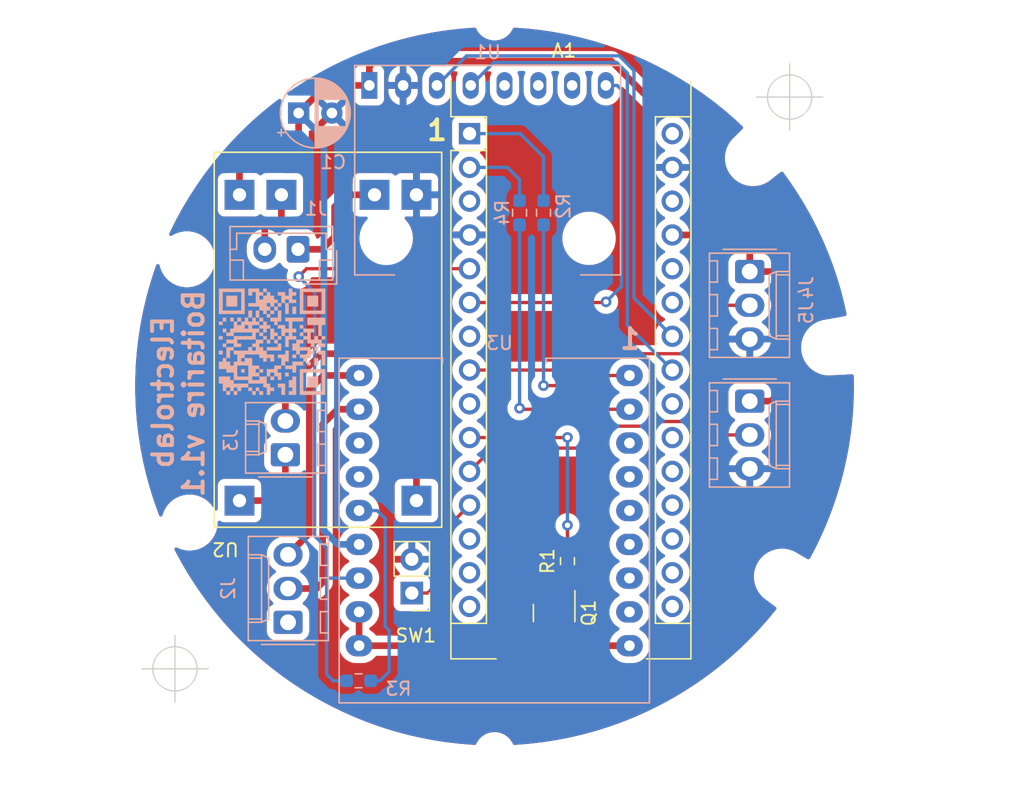
<source format=kicad_pcb>
(kicad_pcb (version 20210424) (generator pcbnew)

  (general
    (thickness 1.6)
  )

  (paper "A4")
  (layers
    (0 "F.Cu" signal)
    (31 "B.Cu" signal)
    (32 "B.Adhes" user "B.Adhesive")
    (33 "F.Adhes" user "F.Adhesive")
    (34 "B.Paste" user)
    (35 "F.Paste" user)
    (36 "B.SilkS" user "B.Silkscreen")
    (37 "F.SilkS" user "F.Silkscreen")
    (38 "B.Mask" user)
    (39 "F.Mask" user)
    (40 "Dwgs.User" user "User.Drawings")
    (41 "Cmts.User" user "User.Comments")
    (42 "Eco1.User" user "User.Eco1")
    (43 "Eco2.User" user "User.Eco2")
    (44 "Edge.Cuts" user)
    (45 "Margin" user)
    (46 "B.CrtYd" user "B.Courtyard")
    (47 "F.CrtYd" user "F.Courtyard")
    (48 "B.Fab" user)
    (49 "F.Fab" user)
    (50 "User.1" user)
    (51 "User.2" user)
    (52 "User.3" user)
    (53 "User.4" user)
    (54 "User.5" user)
    (55 "User.6" user)
    (56 "User.7" user)
    (57 "User.8" user)
    (58 "User.9" user)
  )

  (setup
    (stackup
      (layer "F.SilkS" (type "Top Silk Screen"))
      (layer "F.Paste" (type "Top Solder Paste"))
      (layer "F.Mask" (type "Top Solder Mask") (color "Green") (thickness 0.01))
      (layer "F.Cu" (type "copper") (thickness 0.035))
      (layer "dielectric 1" (type "core") (thickness 1.51) (material "FR4") (epsilon_r 4.5) (loss_tangent 0.02))
      (layer "B.Cu" (type "copper") (thickness 0.035))
      (layer "B.Mask" (type "Bottom Solder Mask") (color "Green") (thickness 0.01))
      (layer "B.Paste" (type "Bottom Solder Paste"))
      (layer "B.SilkS" (type "Bottom Silk Screen"))
      (copper_finish "None")
      (dielectric_constraints no)
    )
    (pad_to_mask_clearance 0)
    (pcbplotparams
      (layerselection 0x00010f0_ffffffff)
      (disableapertmacros false)
      (usegerberextensions false)
      (usegerberattributes true)
      (usegerberadvancedattributes true)
      (creategerberjobfile true)
      (svguseinch false)
      (svgprecision 6)
      (excludeedgelayer true)
      (plotframeref false)
      (viasonmask false)
      (mode 1)
      (useauxorigin false)
      (hpglpennumber 1)
      (hpglpenspeed 20)
      (hpglpendiameter 15.000000)
      (dxfpolygonmode true)
      (dxfimperialunits true)
      (dxfusepcbnewfont true)
      (psnegative false)
      (psa4output false)
      (plotreference true)
      (plotvalue true)
      (plotinvisibletext false)
      (sketchpadsonfab false)
      (subtractmaskfromsilk false)
      (outputformat 1)
      (mirror false)
      (drillshape 0)
      (scaleselection 1)
      (outputdirectory "export/")
    )
  )

  (net 0 "")
  (net 1 "Net-(A1-Pad1)")
  (net 2 "Net-(A1-Pad2)")
  (net 3 "GND")
  (net 4 "/BUSY")
  (net 5 "/INT")
  (net 6 "/TX")
  (net 7 "/SDA")
  (net 8 "/CAP_SENSOR_2")
  (net 9 "/SCL")
  (net 10 "/RX")
  (net 11 "/GND_AUDIO_SW")
  (net 12 "/CAP_SENSOR_1")
  (net 13 "VCC")
  (net 14 "/SENSOR_POSITION")
  (net 15 "-BATT")
  (net 16 "+BATT")
  (net 17 "/SP-")
  (net 18 "/SP+")
  (net 19 "+5V")
  (net 20 "GNDPWR")
  (net 21 "/GND_AUDIO")
  (net 22 "Net-(Q1-Pad1)")
  (net 23 "Net-(R3-Pad2)")
  (net 24 "unconnected-(A1-Pad3)")
  (net 25 "unconnected-(A1-Pad13)")
  (net 26 "unconnected-(A1-Pad14)")
  (net 27 "unconnected-(A1-Pad15)")
  (net 28 "unconnected-(A1-Pad16)")
  (net 29 "unconnected-(A1-Pad17)")
  (net 30 "unconnected-(A1-Pad18)")
  (net 31 "unconnected-(A1-Pad22)")
  (net 32 "unconnected-(A1-Pad25)")
  (net 33 "unconnected-(A1-Pad26)")
  (net 34 "unconnected-(A1-Pad28)")
  (net 35 "unconnected-(A1-Pad30)")
  (net 36 "unconnected-(J2-Pad1)")
  (net 37 "unconnected-(U1-Pad5)")
  (net 38 "unconnected-(U1-Pad6)")
  (net 39 "unconnected-(U1-Pad7)")
  (net 40 "unconnected-(U3-Pad3)")
  (net 41 "unconnected-(U3-Pad4)")
  (net 42 "unconnected-(U3-Pad5)")
  (net 43 "unconnected-(U3-Pad6)")
  (net 44 "unconnected-(U3-Pad7)")
  (net 45 "unconnected-(U3-Pad8)")
  (net 46 "unconnected-(U3-Pad15)")
  (net 47 "unconnected-(U3-Pad16)")
  (net 48 "unconnected-(A1-Pad19)")
  (net 49 "unconnected-(A1-Pad20)")
  (net 50 "unconnected-(A1-Pad21)")
  (net 51 "unconnected-(A1-Pad7)")
  (net 52 "unconnected-(A1-Pad9)")

  (footprint "boitarire_lib:HW-107" (layer "F.Cu") (at 151.5 65 180))

  (footprint "MountingHole:MountingHole_3.2mm_M3" (layer "F.Cu") (at 141.1 79))

  (footprint "Resistor_SMD:R_0603_1608Metric_Pad0.98x0.95mm_HandSolder" (layer "F.Cu") (at 169.5 81.9 -90))

  (footprint "Package_TO_SOT_SMD:SOT-23" (layer "F.Cu") (at 168.5 85.8 -90))

  (footprint "Connector_PinHeader_2.54mm:PinHeader_1x02_P2.54mm_Vertical" (layer "F.Cu") (at 157.8 84.3 180))

  (footprint "MountingHole:MountingHole_3.2mm_M3" (layer "F.Cu") (at 140.9 59.2))

  (footprint "Module:Arduino_Nano" (layer "F.Cu") (at 162.14 49.75))

  (footprint "boitarire_lib:GY-521" (layer "B.Cu") (at 163.5 46.125))

  (footprint "boitarire_lib:R_0603_1608Metric_Pad0.98x0.95mm_HandSolder" (layer "B.Cu") (at 153.8 90.9))

  (footprint "Connector_Molex:Molex_KK-254_AE-6410-03A_1x03_P2.54mm_Vertical" (layer "B.Cu") (at 183.2 69.87 -90))

  (footprint "Connector_Molex:Molex_KK-254_AE-6410-02A_1x02_P2.54mm_Vertical" (layer "B.Cu") (at 148.3 73.9 90))

  (footprint "Resistor_SMD:R_0603_1608Metric_Pad0.98x0.95mm_HandSolder" (layer "B.Cu") (at 165.9 55.7 90))

  (footprint "Connector_JST:JST_EH_B2B-EH-A_1x02_P2.50mm_Vertical" (layer "B.Cu") (at 149.25 58.45 180))

  (footprint "Connector_Molex:Molex_KK-254_AE-6410-03A_1x03_P2.54mm_Vertical" (layer "B.Cu") (at 148.5 86.5 90))

  (footprint "Connector_Molex:Molex_KK-254_AE-6410-03A_1x03_P2.54mm_Vertical" (layer "B.Cu") (at 183.2 60.12 -90))

  (footprint "Resistor_SMD:R_0603_1608Metric_Pad0.98x0.95mm_HandSolder" (layer "B.Cu") (at 167.7 55.7 90))

  (footprint "Capacitor_THT:CP_Radial_D5.0mm_P2.50mm" (layer "B.Cu") (at 149.294888 48.2))

  (footprint "boitarire_lib:DY-SV17F" (layer "B.Cu") (at 164 78.1 -90))

  (footprint "boitarire_lib:qr-code" (layer "B.Cu") (at 147.3 65.4 180))

  (gr_arc (start 164.0209 68.750001) (end 191.10244 63.852031) (angle -27.6648) (layer "Edge.Cuts") (width 0.00031) (tstamp 0771535b-5e86-4820-a6e9-12e0016d9075))
  (gr_arc (start 164.0209 68.750001) (end 187.854698 82.51045) (angle -33) (layer "Edge.Cuts") (width 0.00031) (tstamp 0c9379ea-c660-497b-a63d-914c7c3edee0))
  (gr_arc (start 164.0209 96.270901) (end 165.021494 96.252705) (angle -177.9162) (layer "Edge.Cuts") (width 0.00031) (tstamp 3224ca41-21c1-43e1-9fdd-31ee0670b277))
  (gr_line (start 189.254863 67.427547) (end 191.504071 67.309668) (layer "Edge.Cuts") (width 0.00031) (tstamp 36124aea-a0f0-4a18-a1d3-eb3d7aa0deea))
  (gr_arc (start 164.0209 68.750001) (end 163.020305 41.247297) (angle -175.8328) (layer "Edge.Cuts") (width 0.00031) (tstamp 395de218-b1e2-4bfb-a2b8-e4eaa5460b5a))
  (gr_line (start 187.854699 82.510451) (end 186.425114 81.685124) (layer "Edge.Cuts") (width 0.00031) (tstamp 396d5c09-c203-4f99-81ca-2ef2a4db8c95))
  (gr_arc (start 164.0209 41.229101) (end 163.020306 41.247301) (angle -177.9162) (layer "Edge.Cuts") (width 0.00031) (tstamp 42bb9491-1967-4af9-be51-e73edb8e701c))
  (gr_line (start 185.975873 85.344503) (end 184.659073 84.349147) (layer "Edge.Cuts") (width 0.00031) (tstamp 5315bde5-6382-4849-bdc8-6c92071d596d))
  (gr_arc (start 183.446151 51.589269) (end 182.313921 50.457039) (angle -172.9165) (layer "Edge.Cuts") (width 0.00031) (tstamp 6ec839df-198a-41d7-9889-ee4857330a6d))
  (gr_line (start 185.732388 51.838058) (end 184.430099 52.852429) (layer "Edge.Cuts") (width 0.00031) (tstamp 77c7fcbe-b62f-4cf2-88b4-ea755ad1d9e1))
  (gr_arc (start 189.170999 65.828523) (end 188.886018 64.252871) (angle -172.748) (layer "Edge.Cuts") (width 0.00031) (tstamp 82c68b7e-f877-4350-a173-5c449792fff7))
  (gr_arc (start 164.0209 68.750001) (end 183.481115 49.289786) (angle -42.9164) (layer "Edge.Cuts") (width 0.00031) (tstamp a4db611b-69a8-42c2-ae0d-0ec9a6aaee95))
  (gr_line (start 182.313892 50.457009) (end 183.481078 49.289823) (layer "Edge.Cuts") (width 0.00031) (tstamp bda276b9-5982-457c-b67e-1e157359b412))
  (gr_line (start 188.886083 64.252876) (end 191.102466 63.852012) (layer "Edge.Cuts") (width 0.00031) (tstamp c5770c9c-f953-4ae1-b872-33b9a0d2ae8d))
  (gr_arc (start 164.0209 68.750001) (end 165.021495 96.252705) (angle -50.8329) (layer "Edge.Cuts") (width 0.00031) (tstamp d5d2f683-6a06-4d29-ac46-041cfd766c19))
  (gr_arc (start 185.624506 83.071777) (end 186.425114 81.685083) (angle -172.916) (layer "Edge.Cuts") (width 0.00031) (tstamp fc114ddc-b8c4-4547-b7eb-a5e5101ba8a8))
  (gr_text "Electrolab" (at 139.1 69.2 90) (layer "B.SilkS") (tstamp 278fe4ee-820f-43c7-98d8-16da8c7b9a48)
    (effects (font (size 1.5 1.5) (thickness 0.3)) (justify mirror))
  )
  (gr_text "Boitarire v1.1" (at 141.4 69.3 -270) (layer "B.SilkS") (tstamp a0e2e1b1-52e3-4bf3-8b1e-c60b62b615be)
    (effects (font (size 1.5 1.5) (thickness 0.3)) (justify mirror))
  )
  (gr_text "1" (at 174.2 65.2) (layer "B.SilkS") (tstamp fa3c4bc7-1015-4b1b-bfd2-e89f8f335cbb)
    (effects (font (size 1.5 1.5) (thickness 0.3)) (justify mirror))
  )
  (gr_text "1" (at 159.7 49.5) (layer "F.SilkS") (tstamp a810a7e3-2f16-4c1e-b37b-acbeb2e8cd0f)
    (effects (font (size 1.5 1.5) (thickness 0.3)))
  )
  (target plus (at 140 90) (size 5) (width 0.1) (layer "Edge.Cuts") (tstamp 12a6ff18-ef07-4184-98f8-a6131c79a104))
  (target plus (at 186.2 47) (size 5) (width 0.1) (layer "Edge.Cuts") (tstamp fcc94c36-f8aa-4750-9604-8a5e81a9d9cf))

  (segment (start 167.7 51.5) (end 167.7 54.7875) (width 0.25) (layer "B.Cu") (net 1) (tstamp 967df801-8baf-48fa-b56e-d57c5d411517))
  (segment (start 162.14 49.75) (end 165.95 49.75) (width 0.25) (layer "B.Cu") (net 1) (tstamp a4849fae-d6f5-4f08-8b9d-926b6dab5408))
  (segment (start 165.95 49.75) (end 167.7 51.5) (width 0.25) (layer "B.Cu") (net 1) (tstamp e428bd60-4d33-4891-ba5c-b487902305b8))
  (segment (start 165.9 53.2) (end 165.9 54.7875) (width 0.25) (layer "B.Cu") (net 2) (tstamp 0f4c494e-1079-4a89-a528-8ebde33019ca))
  (segment (start 162.14 52.29) (end 164.99 52.29) (width 0.25) (layer "B.Cu") (net 2) (tstamp b3f1044c-701a-4f3f-bc43-21b13c38098f))
  (segment (start 164.99 52.29) (end 165.9 53.2) (width 0.25) (layer "B.Cu") (net 2) (tstamp d931b462-5b5b-48ee-9e2a-26d7e5912807))
  (segment (start 149.89 59.91) (end 162.14 59.91) (width 0.25) (layer "F.Cu") (net 4) (tstamp 14315820-97a3-48a1-b534-2f1653b11d23))
  (segment (start 149.3 60.5) (end 149.89 59.91) (width 0.25) (layer "F.Cu") (net 4) (tstamp 87e9e40a-5e58-45d0-ae56-d885c312a2de))
  (via (at 149.3 60.5) (size 0.8) (drill 0.4) (layers "F.Cu" "B.Cu") (net 4) (tstamp 30a69de2-738d-42d8-b265-dc90dff56564))
  (segment (start 151.4 90.4) (end 151.4 83.8) (width 0.25) (layer "B.Cu") (net 4) (tstamp 09a14385-977b-4c2c-86dd-2083a11af73f))
  (segment (start 153.84 83.18) (end 151.42 83.18) (width 0.25) (layer "B.Cu") (net 4) (tstamp 145f89d4-8b39-47ae-9dba-cc05b4016465))
  (segment (start 151.4 83.8) (end 151.4 83.2) (width 0.25) (layer "B.Cu") (net 4) (tstamp 2673918a-ed23-4948-adab-bd775b66166b))
  (segment (start 151.42 83.18) (end 151.4 83.2) (width 0.25) (layer "B.Cu") (net 4) (tstamp 26efee6e-9dc2-414e-880f-c9c57c8de0d4))
  (segment (start 151.4 80.9) (end 150.5 80) (width 0.25) (layer "B.Cu") (net 4) (tstamp 31481262-67f2-40da-9a6e-f37f26f06965))
  (segment (start 151.9 90.9) (end 151.4 90.4) (width 0.25) (layer "B.Cu") (net 4) (tstamp 3559e708-7e33-4e0f-8255-5318a49aa8b7))
  (segment (start 152.8875 90.9) (end 151.9 90.9) (width 0.25) (layer "B.Cu") (net 4) (tstamp 87fd6ab7-43c7-43e1-ac5d-0f3da82f67fb))
  (segment (start 151.4 83.2) (end 151.4 80.9) (width 0.25) (layer "B.Cu") (net 4) (tstamp a5fa7c6b-9532-44c4-9b46-1df7393962e5))
  (segment (start 150.5 80) (end 150.5 61.7) (width 0.25) (layer "B.Cu") (net 4) (tstamp ec3d6a15-d32c-4ce2-a6d0-d03868b3a20b))
  (segment (start 150.5 61.7) (end 149.3 60.5) (width 0.25) (layer "B.Cu") (net 4) (tstamp fbacc4e5-6191-4a98-8181-d2c87bee42a0))
  (segment (start 162.14 62.45) (end 172.35 62.45) (width 0.25) (layer "F.Cu") (net 5) (tstamp 22fd2b24-21de-4878-8255-16aa07fe74eb))
  (segment (start 172.35 62.45) (end 172.4 62.4) (width 0.25) (layer "F.Cu") (net 5) (tstamp ddcfe3ab-cb32-4cb1-b4d1-62b104aa3ab8))
  (via (at 172.4 62.4) (size 0.8) (drill 0.4) (layers "F.Cu" "B.Cu") (net 5) (tstamp 6d7428e0-4644-4a6c-b70e-3b7036a446cf))
  (segment (start 173.55048 46.43548) (end 173.55048 50.15048) (width 0.25) (layer "B.Cu") (net 5) (tstamp 02432c60-dbd4-4151-82b3-bfa4befd9f27))
  (segment (start 173.24 46.125) (end 173.55048 46.43548) (width 0.25) (layer "B.Cu") (net 5) (tstamp 34dfec69-59c1-4d88-aa2b-85659eb1c5b3))
  (segment (start 172.39 46.125) (end 173.24 46.125) (width 0.25) (layer "B.Cu") (net 5) (tstamp 8a6d696e-c30f-4ed0-9f63-8593c9b1cd3b))
  (segment (start 173.55048 61.24952) (end 173.55048 49.95048) (width 0.25) (layer "B.Cu") (net 5) (tstamp 9f54ea7b-2dbe-4c11-9124-318969171d49))
  (segment (start 172.4 62.4) (end 173.55048 61.24952) (width 0.25) (layer "B.Cu") (net 5) (tstamp b48e43c0-fe10-4d0c-9fca-545afa40fe7d))
  (segment (start 171.9 68.7) (end 167.7 68.7) (width 0.25) (layer "F.Cu") (net 6) (tstamp 14b01da1-8f11-47e6-8ed9-9fb8822abbc6))
  (segment (start 174.16 67.94) (end 172.66 67.94) (width 0.25) (layer "F.Cu") (net 6) (tstamp 53ea5240-fa24-4753-9134-e74260346782))
  (segment (start 172.66 67.94) (end 172.4 68.2) (width 0.25) (layer "F.Cu") (net 6) (tstamp 5d6b9586-ca7e-4037-972b-a096dd01d04c))
  (segment (start 172.4 68.2) (end 171.9 68.7) (width 0.25) (layer "F.Cu") (net 6) (tstamp f909a326-ccb7-4ca7-9b53-8a1c03d62691))
  (via (at 167.7 68.7) (size 0.8) (drill 0.4) (layers "F.Cu" "B.Cu") (net 6) (tstamp 61459af5-f3e9-4037-b345-02d80b3c1ed7))
  (segment (start 167.7 68.7) (end 167.7 56.6125) (width 0.25) (layer "B.Cu") (net 6) (tstamp c0f095cf-9cc4-4ac3-9a67-4b7610a9900f))
  (segment (start 177.38 67.53) (end 174 64.15) (width 0.25) (layer "B.Cu") (net 7) (tstamp a367b837-9c05-48ef-9036-2c934e8deefd))
  (segment (start 174 64.15) (end 174 45.2) (width 0.25) (layer "B.Cu") (net 7) (tstamp ddad0104-21f0-4e29-85af-4414e34a82dd))
  (segment (start 174 45.2) (end 173.2 44.4) (width 0.25) (layer "B.Cu") (net 7) (tstamp e93177f5-2dce-43e7-a9f2-ec3a958e5ca0))
  (segment (start 163.955 44.4) (end 162.23 46.125) (width 0.25) (layer "B.Cu") (net 7) (tstamp ecdcc377-428c-4024-acaa-bf5f481f5e8e))
  (segment (start 173.2 44.4) (end 163.955 44.4) (width 0.25) (layer "B.Cu") (net 7) (tstamp f051b5f5-8497-4588-93d8-7244b316bcbf))
  (segment (start 171.17 67.53) (end 162.14 67.53) (width 0.25) (layer "F.Cu") (net 8) (tstamp 0e939dcd-972c-4c21-b789-af022399f0da))
  (segment (start 179.5 65.5) (end 178.7 66.3) (width 0.25) (layer "F.Cu") (net 8) (tstamp 4314e1d9-fafd-4c92-b6f2-b9fbf97902a4))
  (segment (start 172.4 66.3) (end 171.17 67.53) (width 0.25) (layer "F.Cu") (net 8) (tstamp 827a5407-8fb8-4a38-8048-376d7246c5cf))
  (segment (start 179.5 64.5) (end 179.5 65.5) (width 0.25) (layer "F.Cu") (net 8) (tstamp a0f61e78-77ef-4bc6-a9b9-922ad463ebc3))
  (segment (start 178.7 66.3) (end 172.4 66.3) (width 0.25) (layer "F.Cu") (net 8) (tstamp aef363d2-3145-4893-9c5d-78c4d33ede7f))
  (segment (start 181.34 62.66) (end 179.5 64.5) (width 0.25) (layer "F.Cu") (net 8) (tstamp c9f316e6-5ed4-42e2-b1ac-7360b7c8c59e))
  (segment (start 183.2 62.66) (end 181.34 62.66) (width 0.25) (layer "F.Cu") (net 8) (tstamp de5491b3-a195-42a0-9946-4604b746e07c))
  (segment (start 174.5 45) (end 173.4 43.9) (width 0.25) (layer "B.Cu") (net 9) (tstamp 099b495b-eb72-4208-b491-c50c4f449fd0))
  (segment (start 173.4 43.9) (end 161.915 43.9) (width 0.25) (layer "B.Cu") (net 9) (tstamp b67a5d25-290a-4252-a9b7-e682b39b21e1))
  (segment (start 177.38 64.99) (end 174.5 62.11) (width 0.25) (layer "B.Cu") (net 9) (tstamp d9a2b80c-dc5f-4760-b55e-fe911d45dbf5))
  (segment (start 161.915 43.9) (end 159.69 46.125) (width 0.25) (layer "B.Cu") (net 9) (tstamp e8848ca5-e769-4140-a08b-05e6d9c77e7d))
  (segment (start 174.5 62.11) (end 174.5 45) (width 0.25) (layer "B.Cu") (net 9) (tstamp f4017f14-3c64-40a7-987f-82c58b56e986))
  (segment (start 174.16 70.48) (end 165.98 70.48) (width 0.25) (layer "F.Cu") (net 10) (tstamp aa5c35d8-27c4-4c43-bb09-33fd5e91f066))
  (segment (start 165.98 70.48) (end 165.9 70.4) (width 0.25) (layer "F.Cu") (net 10) (tstamp deb17198-0f88-4b35-9e22-976be47ad88a))
  (via (at 165.9 70.4) (size 0.8) (drill 0.4) (layers "F.Cu" "B.Cu") (net 10) (tstamp 3d38fb46-ec66-49fe-a4b2-133c0b862399))
  (segment (start 165.9 70.4) (end 165.9 56.6125) (width 0.25) (layer "B.Cu") (net 10) (tstamp d5502003-4ecc-4c14-953e-d9b9ec0c05fe))
  (segment (start 169.5 72.6) (end 169.49 72.61) (width 0.25) (layer "F.Cu") (net 11) (tstamp 5a820ba6-f83e-4c0b-bf20-5ed1ac518fdf))
  (segment (start 169.5 80.9875) (end 169.5 79.2) (width 0.25) (layer "F.Cu") (net 11) (tstamp 5cdf6703-38b5-4053-aeec-107fdaee834e))
  (segment (start 169.49 72.61) (end 162.14 72.61) (width 0.25) (layer "F.Cu") (net 11) (tstamp f07b9308-7c76-4193-9723-f96106b5e322))
  (via (at 169.5 72.6) (size 0.8) (drill 0.4) (layers "F.Cu" "B.Cu") (net 11) (tstamp 5b82197d-ce76-4700-881f-e10b27038d28))
  (via (at 169.5 79.2) (size 0.8) (drill 0.4) (layers "F.Cu" "B.Cu") (net 11) (tstamp 6246c030-44cb-431e-a78b-a1b57047f127))
  (segment (start 169.5 79.2) (end 169.5 72.6) (width 0.25) (layer "B.Cu") (net 11) (tstamp 1ccffebf-d8c0-48c4-b167-8e5a36bc9f41))
  (segment (start 175.65 71.75) (end 176 71.4) (width 0.25) (layer "F.Cu") (net 12) (tstamp 16567fe0-7fae-4da8-a3cf-e6b0e4275556))
  (segment (start 176 71.4) (end 178.6 71.4) (width 0.25) (layer "F.Cu") (net 12) (tstamp 3d5d8ac0-d476-4f14-824e-2f7001dbc8e6))
  (segment (start 179.61 72.41) (end 183.2 72.41) (width 0.25) (layer "F.Cu") (net 12) (tstamp 57406802-b4fa-4790-b6ab-60c540fe164a))
  (segment (start 162.14 75.15) (end 163.89 73.4) (width 0.25) (layer "F.Cu") (net 12) (tstamp 98a9f7a5-eae9-44c3-8692-a72595c86c85))
  (segment (start 163.89 73.4) (end 170.9 73.4) (width 0.25) (layer "F.Cu") (net 12) (tstamp ae92b1b1-d2b5-41b3-bb3b-41a4cfa09d28))
  (segment (start 170.9 73.4) (end 172.55 71.75) (width 0.25) (layer "F.Cu") (net 12) (tstamp df6353d0-2c9c-4788-8540-9149be3f1eec))
  (segment (start 178.6 71.4) (end 179.61 72.41) (width 0.25) (layer "F.Cu") (net 12) (tstamp e9582ee5-ac43-4f70-b2f5-f954d6ece849))
  (segment (start 172.55 71.75) (end 175.65 71.75) (width 0.25) (layer "F.Cu") (net 12) (tstamp f01d2884-7dc8-40d7-81da-463742338702))
  (segment (start 145.4 51.8) (end 147.8 51.8) (width 0.5) (layer "F.Cu") (net 13) (tstamp 03314621-13f4-4b01-8f52-61e628a96994))
  (segment (start 184.85 60.12) (end 185.45 60.72) (width 0.5) (layer "F.Cu") (net 13) (tstamp 0c38b0a7-23e3-4999-8647-a14c6f4ff586))
  (segment (start 176 47.5) (end 177.5 47.5) (width 0.5) (layer "F.Cu") (net 13) (tstamp 0edb1bef-bd3f-4a0d-873c-485add941b82))
  (segment (start 184.8 69.87) (end 183.2 69.87) (width 0.5) (layer "F.Cu") (net 13) (tstamp 1a2b3af2-7f55-4754-bc30-b0fd4fa3b935))
  (segment (start 154.61 44.69) (end 155 44.3) (width 0.5) (layer "F.Cu") (net 13) (tstamp 1baf5a51-4932-4768-961e-9f7f2cf220f4))
  (segment (start 185.45 60.72) (end 185.45 69.22) (width 0.5) (layer "F.Cu") (net 13) (tstamp 2f822527-5c24-45fe-9b64-f0d1f1526cf1))
  (segment (start 179.57 57.37) (end 182.27 57.37) (width 0.5) (layer "F.Cu") (net 13) (tstamp 40be339c-091a-43a4-8ba9-2c6e2f07ad9b))
  (segment (start 149.294888 50.305112) (end 149.294888 48.2) (width 0.5) (layer "F.Cu") (net 13) (tstamp 4ddd1a38-27b5-48d2-baf1-c09c33d65ce1))
  (segment (start 179.5 49.5) (end 179.5 57.3) (width 0.5) (layer "F.Cu") (net 13) (tstamp 4f83a436-1375-4086-91a4-e5930e19c2d6))
  (segment (start 155 44.3) (end 172.8 44.3) (width 0.5) (layer "F.Cu") (net 13) (tstamp 5dd8707d-a541-415b-972e-7d89250a0a95))
  (segment (start 144.85 52.35) (end 145.4 51.8) (width 0.5) (layer "F.Cu") (net 13) (tstamp 5e91fa76-7488-4731-b87f-0562a3ef6b10))
  (segment (start 172.8 44.3) (end 176 47.5) (width 0.5) (layer "F.Cu") (net 13) (tstamp 632a0cd3-1392-4961-a78f-2defff7422d5))
  (segment (start 179.5 57.3) (end 179.57 57.37) (width 0.5) (layer "F.Cu") (net 13) (tstamp 81aada5c-1893-4598-97dc-6942e7286d5b))
  (segment (start 182.27 57.37) (end 183.2 58.3) (width 0.5) (layer "F.Cu") (net 13) (tstamp 8558b0cb-6e8c-47c0-ab9d-4e76ce784c45))
  (segment (start 185.45 69.22) (end 184.8 69.87) (width 0.5) (layer "F.Cu") (net 13) (tstamp 93a9cbe3-00c6-4e41-bf42-9f1dd5b43448))
  (segment (start 151.369888 46.125) (end 154.61 46.125) (width 0.5) (layer "F.Cu") (net 13) (tstamp 980556e2-24dc-4a9b-a2f2-f2ea71ea80c7))
  (segment (start 177.5 47.5) (end 179.5 49.5) (width 0.5) (layer "F.Cu") (net 13) (tstamp a4c7405f-f435-41f9-9619-7efd72b9560c))
  (segment (start 147.8 51.8) (end 149.294888 50.305112) (width 0.5) (layer "F.Cu") (net 13) (tstamp a4c806de-8a9c-42a3-9438-757615483548))
  (segment (start 154.61 46.125) (end 154.61 44.69) (width 0.5) (layer "F.Cu") (net 13) (tstamp b87c0102-f9c4-4697-98ae-c6ed03e15182))
  (segment (start 183.2 58.3) (end 183.2 60.12) (width 0.5) (layer "F.Cu") (net 13) (tstamp c4ca90ef-2cba-4b28-b565-aead64754827))
  (segment (start 149.294888 48.2) (end 151.369888 46.125) (width 0.5) (layer "F.Cu") (net 13) (tstamp eb551737-c0be-4a52-9050-dd6eca533a94))
  (segment (start 177.38 57.37) (end 179.57 57.37) (width 0.5) (layer "F.Cu") (net 13) (tstamp ee91add1-754a-41d1-83a0-795e92e717cb))
  (segment (start 144.85 54.35) (end 144.85 52.35) (width 0.5) (layer "F.Cu") (net 13) (tstamp f0797df9-5811-4c41-adba-23ecbbd29032))
  (segment (start 183.2 60.12) (end 184.85 60.12) (width 0.5) (layer "F.Cu") (net 13) (tstamp f6d67d17-6217-4ea9-b169-1ac7c9b3aa33))
  (segment (start 149.294888 48.2) (end 151.2 50.105112) (width 0.5) (layer "B.Cu") (net 13) (tstamp 3078affb-1b6e-4015-b386-159afe19c38f))
  (segment (start 151.2 79.6) (end 152.24 80.64) (width 0.5) (layer "B.Cu") (net 13) (tstamp 84cf6172-44d4-4d06-8cdb-619a18d5fac8))
  (segment (start 153.84 80.64) (end 153.8 80.6) (width 0.5) (layer "B.Cu") (net 13) (tstamp 978d0698-5bdd-447e-8edb-eb3ebd3c065c))
  (segment (start 151.2 50.105112) (end 151.2 79.6) (width 0.5) (layer "B.Cu") (net 13) (tstamp c50d4476-86c1-4989-bbeb-bbc32a4c7b0d))
  (segment (start 152.24 80.64) (end 153.84 80.64) (width 0.5) (layer "B.Cu") (net 13) (tstamp e4e39729-c618-4287-8746-9889c9918374))
  (segment (start 159 84.3) (end 160 83.3) (width 0.25) (layer "F.Cu") (net 14) (tstamp 17d5ae6c-c610-4cb9-b709-e67c1a4f889c))
  (segment (start 157.8 84.3) (end 159 84.3) (width 0.25) (layer "F.Cu") (net 14) (tstamp 571fc358-5f81-4576-b3a4-820dd0f9fb5a))
  (segment (start 160 79.83) (end 162.14 77.69) (width 0.25) (layer "F.Cu") (net 14) (tstamp 7eda9b00-ece8-4aff-85f6-e1920232b834))
  (segment (start 160 83.3) (end 160 79.83) (width 0.25) (layer "F.Cu") (net 14) (tstamp 8c4e37ef-252c-4adc-b384-355408d832d1))
  (segment (start 152 55.25) (end 152.9 54.35) (width 0.5) (layer "F.Cu") (net 15) (tstamp 3305a80e-a4bf-4056-bc79-3e2bc38b369c))
  (segment (start 151.05 58.45) (end 152 57.5) (width 0.5) (layer "F.Cu") (net 15) (tstamp 3d375ff2-e0a6-4945-8542-d4826a73ff2c))
  (segment (start 152 57.5) (end 152 55.25) (width 0.5) (layer "F.Cu") (net 15) (tstamp ba84bd55-cdfe-4036-be9d-510986c16111))
  (segment (start 149.25 58.45) (end 151.05 58.45) (width 0.5) (layer "F.Cu") (net 15) (tstamp d079615e-89b7-48f9-8591-ebbec5435e49))
  (segment (start 152.9 54.35) (end 155 54.35) (width 0.5) (layer "F.Cu") (net 15) (tstamp ef5ffc1f-619a-474f-937a-3dbd8f8577d3))
  (segment (start 147.75 56.5) (end 147 56.5) (width 0.5) (layer "F.Cu") (net 16) (tstamp 10432fa2-2abd-44c7-a675-49a425a1caa0))
  (segment (start 146.75 56.75) (end 146.75 58.45) (width 0.5) (layer "F.Cu") (net 16) (tstamp 43ae0c46-b51f-4835-bb3e-be7b0fb465bc))
  (segment (start 148 56.25) (end 147.75 56.5) (width 0.5) (layer "F.Cu") (net 16) (tstamp 491df80a-a69f-48e8-8c6a-67d9129f61e6))
  (segment (start 147 56.5) (end 146.75 56.75) (width 0.5) (layer "F.Cu") (net 16) (tstamp cb1b24e7-bd2a-4889-9d2f-3ff6b0e9718f))
  (segment (start 148 54.35) (end 148 56.25) (width 0.5) (layer "F.Cu") (net 16) (tstamp f0058139-692f-48f4-abbe-8fb26cf7fe3b))
  (segment (start 148.5 83.96) (end 148.5 83.75) (width 0.5) (layer "F.Cu") (net 17) (tstamp 28e8f296-13eb-41cd-b56d-37a672c4682e))
  (segment (start 152.22 70.48) (end 151.1 71.6) (width 0.5) (layer "F.Cu") (net 17) (tstamp aefc3f75-8dd6-4c5c-91b8-b98b50ba82db))
  (segment (start 153.84 70.48) (end 152.22 70.48) (width 0.5) (layer "F.Cu") (net 17) (tstamp b377cb49-a8ce-4e04-9315-10151f5e117f))
  (segment (start 151.1 83.5) (end 150.64 83.96) (width 0.5) (layer "F.Cu") (net 17) (tstamp c03fb534-d059-42f2-acc2-51c45d567ee3))
  (segment (start 151.1 71.6) (end 151.1 83.5) (width 0.5) (layer "F.Cu") (net 17) (tstamp d3155e0d-dcc3-44a2-95ba-dd4c013bfce8))
  (segment (start 150.64 83.96) (end 148.5 83.96) (width 0.5) (layer "F.Cu") (net 17) (tstamp e1726180-867d-4948-a1c5-552956be8a17))
  (segment (start 150.1 79.82) (end 148.5 81.42) (width 0.5) (layer "F.Cu") (net 18) (tstamp 3fbaec16-ca50-4277-8251-71f3de7bfd86))
  (segment (start 153.84 67.94) (end 151.16 67.94) (width 0.5) (layer "F.Cu") (net 18) (tstamp 5e5fe53c-04fd-4d01-b667-a783c2673949))
  (segment (start 150.1 69) (end 150.1 79.82) (width 0.5) (layer "F.Cu") (net 18) (tstamp 74ed809e-6ce2-47cf-90cc-b4a6e44ddcbf))
  (segment (start 151.16 67.94) (end 150.1 69) (width 0.5) (layer "F.Cu") (net 18) (tstamp bbd5dd31-52c2-41f8-9546-85f5ac33e69f))
  (segment (start 147.45 77.35) (end 148.3 76.5) (width 0.5) (layer "F.Cu") (net 19) (tstamp 0d0ed9d8-5fc5-4aed-ac7b-8edea5bb8142))
  (segment (start 148.3 76.5) (end 148.3 73.9) (width 0.5) (layer "F.Cu") (net 19) (tstamp 2ea57edc-650e-4372-a12a-cc6e5b353be0))
  (segment (start 144.85 77.35) (end 147.45 77.35) (width 0.5) (layer "F.Cu") (net 19) (tstamp a86c37ec-4ca4-41b6-ac9e-c623b6a3a20f))
  (segment (start 148.3 69) (end 148.3 71.36) (width 0.5) (layer "F.Cu") (net 20) (tstamp 694e8386-8ff6-4294-a062-4349dd51ccd4))
  (segment (start 158.15 75.05) (end 156.4 73.3) (width 0.5) (layer "F.Cu") (net 20) (tstamp 73ca0110-ed59-4dd1-9b46-d3743998880e))
  (segment (start 156.4 73.3) (end 156.4 67.9) (width 0.5) (layer "F.Cu") (net 20) (tstamp 8857d9e8-352f-480d-9f77-4b4a0f219c62))
  (segment (start 158.15 77.35) (end 158.15 75.05) (width 0.5) (layer "F.Cu") (net 20) (tstamp 9a03c4cd-8a47-40de-bc1a-13feaf6c158f))
  (segment (start 151 66.3) (end 148.3 69) (width 0.5) (layer "F.Cu") (net 20) (tstamp bde9fc7d-5187-44aa-8a22-3ce3f21e5098))
  (segment (start 156.4 67.9) (end 154.8 66.3) (width 0.5) (layer "F.Cu") (net 20) (tstamp c4d75238-bcec-4919-8070-d3446cc1ff3c))
  (segment (start 154.8 66.3) (end 151 66.3) (width 0.5) (layer "F.Cu") (net 20) (tstamp f854dee5-04e0-47d3-a5b0-74366e17a154))
  (segment (start 168.34 88.26) (end 174.16 88.26) (width 0.5) (layer "F.Cu") (net 21) (tstamp 98321daf-0a35-45f1-adb7-d066ac4ed822))
  (segment (start 153.84 85.72) (end 153.84 88.26) (width 0.5) (layer "F.Cu") (net 21) (tstamp 9ab81dca-f370-4ab7-82ee-5f64efbd119a))
  (segment (start 168.5 86.7375) (end 168.5 88.1) (width 0.5) (layer "F.Cu") (net 21) (tstamp ac9ad792-855d-48bb-bc88-61351594cd5f))
  (segment (start 153.84 88.26) (end 168.34 88.26) (width 0.5) (layer "F.Cu") (net 21) (tstamp d2975426-5d8d-4b5a-9b12-fbfc91da41e8))
  (segment (start 168.5 88.1) (end 168.34 88.26) (width 0.5) (layer "F.Cu") (net 21) (tstamp f81b2f53-9462-48b8-ba6d-2e4ee0608d31))
  (segment (start 169.45 82.8625) (end 169.5 82.8125) (width 0.25) (layer "F.Cu") (net 22) (tstamp 434a4897-9cd6-4bc5-9bea-2c5f43ecd070))
  (segment (start 169.45 84.8625) (end 169.45 82.8625) (width 0.25) (layer "F.Cu") (net 22) (tstamp b8a5eabf-be3f-43c0-95a0-c67bc3eacfa5))
  (segment (start 155.4 90.9) (end 156.1 90.2) (width 0.25) (layer "B.Cu") (net 23) (tstamp 03139f55-6021-4d38-be4e-16eefe98dfe0))
  (segment (start 154.7125 90.9) (end 155.4 90.9) (width 0.25) (layer "B.Cu") (net 23) (tstamp 37ceebf9-a111-41db-b464-88a78e8a0495))
  (segment (start 156.1 90.2) (end 156.1 87.1) (width 0.25) (layer "B.Cu") (net 23) (tstamp 58dd4d03-4e47-4c25-add3-7e74b1f3809a))
  (segment (start 156.1 87.1) (end 155.8 86.8) (width 0.25) (layer "B.Cu") (net 23) (tstamp 82d8e29d-6344-4d05-b8c9-55fe5f8570d7))
  (segment (start 155.2 78.1) (end 153.84 78.1) (width 0.25) (layer "B.Cu") (net 23) (tstamp cddb1ce2-c419-406a-a27c-8d5d6c504966))
  (segment (start 155.8 86.8) (end 155.8 78.7) (width 0.25) (layer "B.Cu") (net 23) (tstamp e6240de9-fcec-42f4-af86-c17aec1a99a2))
  (segment (start 155.8 78.7) (end 155.2 78.1) (width 0.25) (layer "B.Cu") (net 23) (tstamp ff5f9ac2-1e16-4a63-9272-f3d179bd6522))

  (zone (net 3) (net_name "GND") (layers F&B.Cu) (tstamp ceaa5c83-8f08-4578-a67d-b0ca504b6221) (hatch edge 0.508)
    (priority 50)
    (connect_pads (clearance 0.508))
    (min_thickness 0.254) (filled_areas_thickness no)
    (fill yes (thermal_gap 0.508) (thermal_bridge_width 0.508))
    (polygon
      (pts
        (xy 200.1 100)
        (xy 130 100)
        (xy 130 40)
        (xy 200 39.7)
      )
    )
    (filled_polygon
      (layer "F.Cu")
      (pts
        (xy 165.626015 41.789406)
        (xy 165.628352 41.789557)
        (xy 166.396816 41.846386)
        (xy 166.399084 41.846576)
        (xy 166.59701 41.864945)
        (xy 166.634379 41.868413)
        (xy 166.636726 41.868653)
        (xy 167.074239 41.917536)
        (xy 167.386817 41.95246)
        (xy 167.402372 41.954198)
        (xy 167.404711 41.954482)
        (xy 167.639242 41.985142)
        (xy 167.6414 41.985445)
        (xy 168.287938 42.082314)
        (xy 168.403333 42.099604)
        (xy 168.405663 42.099975)
        (xy 168.478835 42.112343)
        (xy 168.638718 42.139368)
        (xy 168.641021 42.139779)
        (xy 169.398206 42.282397)
        (xy 169.400434 42.282839)
        (xy 169.631881 42.330937)
        (xy 169.634103 42.33142)
        (xy 170.385436 42.502294)
        (xy 170.387654 42.502821)
        (xy 170.482539 42.526277)
        (xy 170.617168 42.559559)
        (xy 170.619452 42.560147)
        (xy 171.200477 42.715381)
        (xy 171.363746 42.759002)
        (xy 171.365986 42.759622)
        (xy 171.43972 42.780809)
        (xy 171.593123 42.824888)
        (xy 171.595384 42.825561)
        (xy 171.906583 42.921324)
        (xy 172.331854 43.05219)
        (xy 172.334015 43.052877)
        (xy 172.558512 43.126589)
        (xy 172.560741 43.127344)
        (xy 173.288173 43.381376)
        (xy 173.290282 43.382135)
        (xy 173.432167 43.434685)
        (xy 173.512022 43.464261)
        (xy 173.514226 43.465101)
        (xy 173.903387 43.61758)
        (xy 174.231491 43.746136)
        (xy 174.233635 43.746999)
        (xy 174.452165 43.837378)
        (xy 174.454255 43.838266)
        (xy 174.928998 44.045102)
        (xy 175.160545 44.145983)
        (xy 175.162699 44.146946)
        (xy 175.377612 44.245407)
        (xy 175.379713 44.246394)
        (xy 176.07402 44.580357)
        (xy 176.076136 44.581399)
        (xy 176.138201 44.612696)
        (xy 176.287134 44.687799)
        (xy 176.289124 44.688826)
        (xy 176.970546 45.048606)
        (xy 176.972579 45.049704)
        (xy 177.046702 45.090633)
        (xy 177.179518 45.163971)
        (xy 177.181573 45.165131)
        (xy 177.848929 45.550108)
        (xy 177.850961 45.551306)
        (xy 178.053401 45.673195)
        (xy 178.055411 45.674431)
        (xy 178.707922 46.084149)
        (xy 178.709826 46.08537)
        (xy 178.907609 46.214785)
        (xy 178.909546 46.216079)
        (xy 179.528906 46.638117)
        (xy 179.546257 46.64994)
        (xy 179.548112 46.651229)
        (xy 179.741025 46.78804)
        (xy 179.742817 46.789337)
        (xy 180.192341 47.120956)
        (xy 180.362812 47.246715)
        (xy 180.364698 47.248134)
        (xy 180.552297 47.39203)
        (xy 180.554155 47.393483)
        (xy 180.8738 47.64831)
        (xy 181.118468 47.843364)
        (xy 181.156555 47.873728)
        (xy 181.158373 47.875206)
        (xy 181.340392 48.025975)
        (xy 181.342137 48.027448)
        (xy 181.853027 48.467012)
        (xy 181.926158 48.529933)
        (xy 181.927932 48.531489)
        (xy 182.104195 48.688983)
        (xy 182.10594 48.690571)
        (xy 182.354859 48.92151)
        (xy 182.661562 49.206059)
        (xy 182.697895 49.267053)
        (xy 182.695486 49.338008)
        (xy 182.664959 49.387522)
        (xy 182.009802 50.042679)
        (xy 181.997064 50.053812)
        (xy 181.970424 50.074107)
        (xy 181.967049 50.07762)
        (xy 181.967047 50.077622)
        (xy 181.849037 50.200467)
        (xy 181.847657 50.201881)
        (xy 181.836028 50.213613)
        (xy 181.836024 50.213618)
        (xy 181.832598 50.217074)
        (xy 181.702911 50.396235)
        (xy 181.699989 50.39412)
        (xy 181.699843 50.394395)
        (xy 181.70267 50.396422)
        (xy 181.702668 50.396425)
        (xy 181.691371 50.412177)
        (xy 181.640523 50.482423)
        (xy 181.639586 50.484204)
        (xy 181.639271 50.484675)
        (xy 181.638702 50.485614)
        (xy 181.635866 50.489569)
        (xy 181.63367 50.493917)
        (xy 181.614773 50.531329)
        (xy 181.613817 50.533186)
        (xy 181.588563 50.581188)
        (xy 181.58798 50.584067)
        (xy 181.587113 50.58609)
        (xy 181.53615 50.686987)
        (xy 181.53283 50.68531)
        (xy 181.532731 50.685607)
        (xy 181.535942 50.687211)
        (xy 181.527392 50.704325)
        (xy 181.527143 50.70482)
        (xy 181.490202 50.777955)
        (xy 181.490195 50.777971)
        (xy 181.488181 50.781959)
        (xy 181.487541 50.783856)
        (xy 181.487301 50.784378)
        (xy 181.486887 50.785398)
        (xy 181.484712 50.789751)
        (xy 181.483232 50.794389)
        (xy 181.470457 50.834424)
        (xy 181.469835 50.836319)
        (xy 181.452496 50.887699)
        (xy 181.452375 50.890639)
        (xy 181.451844 50.892756)
        (xy 181.417478 51.000457)
        (xy 181.417477 51.000458)
        (xy 181.413818 50.99929)
        (xy 181.413769 50.999602)
        (xy 181.417307 51.000714)
        (xy 181.411595 51.018889)
        (xy 181.411478 51.019257)
        (xy 181.386494 51.097556)
        (xy 181.385134 51.101819)
        (xy 181.3848 51.103801)
        (xy 181.384645 51.10436)
        (xy 181.384399 51.105423)
        (xy 181.382942 51.110061)
        (xy 181.382216 51.114865)
        (xy 181.382215 51.114868)
        (xy 181.375943 51.156357)
        (xy 181.375618 51.158399)
        (xy 181.366624 51.211873)
        (xy 181.36697 51.214792)
        (xy 181.366778 51.216983)
        (xy 181.358979 51.268574)
        (xy 181.349882 51.328749)
        (xy 181.346223 51.328196)
        (xy 181.346222 51.328509)
        (xy 181.349753 51.329027)
        (xy 181.348418 51.338128)
        (xy 181.346923 51.348323)
        (xy 181.333978 51.433952)
        (xy 181.333962 51.435965)
        (xy 181.333897 51.436542)
        (xy 181.333823 51.437624)
        (xy 181.333117 51.442439)
        (xy 181.33338 51.472326)
        (xy 181.333529 51.489286)
        (xy 181.33353 51.491356)
        (xy 181.333108 51.545548)
        (xy 181.333912 51.548379)
        (xy 181.334069 51.550569)
        (xy 181.335064 51.663602)
        (xy 181.331444 51.663634)
        (xy 181.331491 51.663941)
        (xy 181.334981 51.663895)
        (xy 181.334981 51.663899)
        (xy 181.335237 51.683337)
        (xy 181.336 51.769997)
        (xy 181.336302 51.77198)
        (xy 181.336328 51.772537)
        (xy 181.336428 51.773641)
        (xy 181.336492 51.778512)
        (xy 181.337304 51.783311)
        (xy 181.337305 51.783321)
        (xy 181.344318 51.82476)
        (xy 181.344643 51.826782)
        (xy 181.352793 51.880325)
        (xy 181.354035 51.882993)
        (xy 181.354533 51.885114)
        (xy 181.363117 51.935838)
        (xy 181.373397 51.996584)
        (xy 181.369674 51.997214)
        (xy 181.369772 51.997516)
        (xy 181.373362 51.996892)
        (xy 181.376641 52.015763)
        (xy 181.376735 52.016309)
        (xy 181.39115 52.10149)
        (xy 181.391761 52.103397)
        (xy 181.391873 52.103934)
        (xy 181.392149 52.105017)
        (xy 181.392983 52.109822)
        (xy 181.394545 52.114435)
        (xy 181.394547 52.114443)
        (xy 181.408026 52.15425)
        (xy 181.408678 52.156227)
        (xy 181.425183 52.207774)
        (xy 181.426829 52.210209)
        (xy 181.427659 52.212233)
        (xy 181.463917 52.319312)
        (xy 181.460379 52.32051)
        (xy 181.460523 52.32079)
        (xy 181.463931 52.319619)
        (xy 181.470138 52.33769)
        (xy 181.470291 52.338137)
        (xy 181.49804 52.420088)
        (xy 181.498946 52.421877)
        (xy 181.499152 52.422418)
        (xy 181.499588 52.423427)
        (xy 181.501167 52.428023)
        (xy 181.503431 52.432317)
        (xy 181.503435 52.432325)
        (xy 181.523027 52.469473)
        (xy 181.523987 52.471331)
        (xy 181.54504 52.512908)
        (xy 181.545043 52.512913)
        (xy 181.548455 52.519651)
        (xy 181.550468 52.521798)
        (xy 181.551609 52.523668)
        (xy 181.561355 52.542147)
        (xy 181.604343 52.623657)
        (xy 181.601039 52.625399)
        (xy 181.601226 52.625654)
        (xy 181.604406 52.623959)
        (xy 181.613586 52.641181)
        (xy 181.653977 52.717768)
        (xy 181.655152 52.719387)
        (xy 181.655437 52.719882)
        (xy 181.65603 52.720813)
        (xy 181.65832 52.72511)
        (xy 181.686518 52.762656)
        (xy 181.687674 52.764222)
        (xy 181.719505 52.808103)
        (xy 181.721833 52.809905)
        (xy 181.723254 52.811568)
        (xy 181.781204 52.888729)
        (xy 181.791141 52.90196)
        (xy 181.78825 52.904131)
        (xy 181.788472 52.904352)
        (xy 181.791251 52.902246)
        (xy 181.792847 52.904352)
        (xy 181.802712 52.917368)
        (xy 181.803044 52.917808)
        (xy 181.827979 52.951009)
        (xy 181.855037 52.987036)
        (xy 181.856449 52.988445)
        (xy 181.85681 52.98889)
        (xy 181.857553 52.989727)
        (xy 181.860485 52.993596)
        (xy 181.894214 53.026158)
        (xy 181.895639 53.027557)
        (xy 181.934029 53.065869)
        (xy 181.936612 53.067279)
        (xy 181.938278 53.068697)
        (xy 182.001228 53.129469)
        (xy 182.019608 53.147213)
        (xy 182.017007 53.149907)
        (xy 182.017262 53.150089)
        (xy 182.01976 53.147479)
        (xy 182.019761 53.14748)
        (xy 182.03385 53.160963)
        (xy 182.096153 53.22111)
        (xy 182.097777 53.222283)
        (xy 182.098197 53.222659)
        (xy 182.099056 53.223362)
        (xy 182.102574 53.226729)
        (xy 182.14103 53.253547)
        (xy 182.142686 53.254723)
        (xy 182.186619 53.286456)
        (xy 182.189389 53.287439)
        (xy 182.191268 53.288581)
        (xy 182.283991 53.353242)
        (xy 182.281937 53.356187)
        (xy 182.282215 53.356328)
        (xy 182.284183 53.353479)
        (xy 182.284184 53.35348)
        (xy 182.300107 53.36448)
        (xy 182.371263 53.414102)
        (xy 182.373049 53.415002)
        (xy 182.37353 53.415311)
        (xy 182.374496 53.415874)
        (xy 182.378489 53.418632)
        (xy 182.382864 53.420746)
        (xy 182.42066 53.439009)
        (xy 182.422534 53.439934)
        (xy 182.464183 53.460918)
        (xy 182.464186 53.460919)
        (xy 182.470928 53.464316)
        (xy 182.473821 53.464849)
        (xy 182.475857 53.46568)
        (xy 182.577631 53.514856)
        (xy 182.576072 53.518083)
        (xy 182.57637 53.518179)
        (xy 182.57786 53.515061)
        (xy 182.577861 53.515062)
        (xy 182.595431 53.523457)
        (xy 182.673433 53.561147)
        (xy 182.675339 53.561753)
        (xy 182.675869 53.561985)
        (xy 182.676902 53.562384)
        (xy 182.681285 53.564478)
        (xy 182.726227 53.577951)
        (xy 182.728204 53.578563)
        (xy 182.772586 53.592676)
        (xy 182.772588 53.592677)
        (xy 182.779785 53.594965)
        (xy 182.782729 53.595034)
        (xy 182.784848 53.595527)
        (xy 182.865166 53.619606)
        (xy 182.893144 53.627994)
        (xy 182.892086 53.631523)
        (xy 182.892395 53.631569)
        (xy 182.893401 53.62816)
        (xy 182.911699 53.633558)
        (xy 182.912232 53.633717)
        (xy 182.990757 53.657259)
        (xy 182.990759 53.657259)
        (xy 182.995057 53.658548)
        (xy 182.997041 53.658846)
        (xy 182.997567 53.658982)
        (xy 182.998665 53.659216)
        (xy 183.00334 53.660595)
        (xy 183.008165 53.661238)
        (xy 183.008166 53.661238)
        (xy 183.049798 53.666784)
        (xy 183.051868 53.667078)
        (xy 183.067034 53.669355)
        (xy 183.105419 53.675118)
        (xy 183.108335 53.67472)
        (xy 183.110522 53.674873)
        (xy 183.222576 53.6898)
        (xy 183.222072 53.693584)
        (xy 183.222391 53.693577)
        (xy 183.222861 53.689924)
        (xy 183.241834 53.692367)
        (xy 183.242381 53.692438)
        (xy 183.281926 53.697706)
        (xy 183.328042 53.703849)
        (xy 183.330046 53.703829)
        (xy 183.330631 53.703885)
        (xy 183.331723 53.703941)
        (xy 183.336542 53.704561)
        (xy 183.341397 53.704433)
        (xy 183.341401 53.704433)
        (xy 183.383394 53.703324)
        (xy 183.385482 53.703286)
        (xy 183.41503 53.702996)
        (xy 183.439636 53.702754)
        (xy 183.442451 53.701901)
        (xy 183.444629 53.701706)
        (xy 183.550937 53.698898)
        (xy 183.557637 53.698721)
        (xy 183.557638 53.698721)
        (xy 183.557736 53.702426)
        (xy 183.558047 53.702372)
        (xy 183.557937 53.698798)
        (xy 183.577062 53.698209)
        (xy 183.577614 53.698193)
        (xy 183.604903 53.697472)
        (xy 183.663998 53.695911)
        (xy 183.665976 53.695574)
        (xy 183.666524 53.695539)
        (xy 183.66763 53.695419)
        (xy 183.672504 53.695269)
        (xy 183.677294 53.694371)
        (xy 183.677298 53.694371)
        (xy 183.701028 53.689924)
        (xy 183.718573 53.686636)
        (xy 183.720556 53.686282)
        (xy 183.739283 53.683093)
        (xy 183.76657 53.678447)
        (xy 183.766576 53.678446)
        (xy 183.774014 53.677179)
        (xy 183.776658 53.675891)
        (xy 183.778787 53.675352)
        (xy 183.88989 53.654532)
        (xy 183.89056 53.658106)
        (xy 183.890861 53.658004)
        (xy 183.8902 53.65456)
        (xy 183.909088 53.650935)
        (xy 183.909629 53.650833)
        (xy 183.990068 53.635759)
        (xy 183.990072 53.635758)
        (xy 183.994469 53.634934)
        (xy 183.99637 53.634288)
        (xy 183.996922 53.634163)
        (xy 183.997985 53.633873)
        (xy 184.002765 53.632955)
        (xy 184.046913 53.617135)
        (xy 184.048733 53.616499)
        (xy 184.100137 53.599036)
        (xy 184.102545 53.597346)
        (xy 184.104558 53.596479)
        (xy 184.131108 53.586965)
        (xy 184.210975 53.558345)
        (xy 184.212182 53.561714)
        (xy 184.212461 53.561568)
        (xy 184.211283 53.558325)
        (xy 184.211284 53.558325)
        (xy 184.229363 53.551757)
        (xy 184.229669 53.551646)
        (xy 184.311135 53.522454)
        (xy 184.312909 53.521516)
        (xy 184.31344 53.521303)
        (xy 184.314447 53.520846)
        (xy 184.319017 53.519186)
        (xy 184.326516 53.515061)
        (xy 184.36005 53.496613)
        (xy 184.361893 53.495619)
        (xy 184.403116 53.473825)
        (xy 184.403115 53.473825)
        (xy 184.409795 53.470294)
        (xy 184.411908 53.468243)
        (xy 184.413755 53.46707)
        (xy 184.584015 53.373406)
        (xy 184.585759 53.372465)
        (xy 184.600328 53.364746)
        (xy 184.60463 53.362467)
        (xy 184.608524 53.359557)
        (xy 184.608528 53.359555)
        (xy 184.693324 53.296199)
        (xy 184.765139 53.242542)
        (xy 184.768303 53.239387)
        (xy 184.768308 53.239383)
        (xy 184.792223 53.215538)
        (xy 184.803757 53.205364)
        (xy 184.863623 53.158731)
        (xy 184.967789 53.077589)
        (xy 185.534693 52.635992)
        (xy 185.600725 52.60991)
        (xy 185.670376 52.623668)
        (xy 185.71433 52.661707)
        (xy 185.924588 52.953361)
        (xy 186.152122 53.26898)
        (xy 186.153473 53.270891)
        (xy 186.284395 53.459794)
        (xy 186.285709 53.461727)
        (xy 186.522522 53.817346)
        (xy 186.711756 54.101516)
        (xy 186.712985 54.103399)
        (xy 186.836822 54.297065)
        (xy 186.838063 54.299047)
        (xy 187.240065 54.954226)
        (xy 187.241162 54.956049)
        (xy 187.355364 55.150172)
        (xy 187.35777 55.154261)
        (xy 187.358922 55.156264)
        (xy 187.620084 55.61967)
        (xy 187.736309 55.825901)
        (xy 187.737439 55.82795)
        (xy 187.846493 56.030145)
        (xy 187.847585 56.032215)
        (xy 188.199852 56.715417)
        (xy 188.200905 56.717506)
        (xy 188.302421 56.923702)
        (xy 188.303433 56.925806)
        (xy 188.630096 57.621635)
        (xy 188.631021 57.623655)
        (xy 188.651517 57.669507)
        (xy 188.724824 57.833511)
        (xy 188.725758 57.835655)
        (xy 189.026319 58.543042)
        (xy 189.027202 58.545174)
        (xy 189.098284 58.721498)
        (xy 189.113147 58.758367)
        (xy 189.114002 58.760546)
        (xy 189.388103 59.478649)
        (xy 189.388917 59.480842)
        (xy 189.466857 59.696996)
        (xy 189.467627 59.699198)
        (xy 189.71492 60.427116)
        (xy 189.715604 60.429194)
        (xy 189.783883 60.643139)
        (xy 189.785462 60.648087)
        (xy 189.786142 60.650287)
        (xy 189.82685 60.786527)
        (xy 190.006207 61.386797)
        (xy 190.006856 61.389044)
        (xy 190.068562 61.610468)
        (xy 190.069169 61.612728)
        (xy 190.082635 61.664769)
        (xy 190.261726 62.356869)
        (xy 190.26226 62.359015)
        (xy 190.315705 62.582597)
        (xy 190.316222 62.584852)
        (xy 190.472797 63.298199)
        (xy 190.476736 63.316144)
        (xy 190.471804 63.386969)
        (xy 190.429363 63.443884)
        (xy 190.376092 63.467144)
        (xy 189.609437 63.605805)
        (xy 188.872734 63.739048)
        (xy 188.855916 63.740935)
        (xy 188.826924 63.742226)
        (xy 188.826918 63.742227)
        (xy 188.822062 63.742443)
        (xy 188.756241 63.755714)
        (xy 188.650488 63.777036)
        (xy 188.648546 63.777411)
        (xy 188.627501 63.781309)
        (xy 188.419085 63.854475)
        (xy 188.417878 63.851037)
        (xy 188.417632 63.851164)
        (xy 188.418816 63.854491)
        (xy 188.405168 63.859347)
        (xy 188.402766 63.860201)
        (xy 188.40227 63.860377)
        (xy 188.367288 63.872658)
        (xy 188.318656 63.889731)
        (xy 188.316905 63.890642)
        (xy 188.316428 63.89083)
        (xy 188.315412 63.891283)
        (xy 188.310828 63.892914)
        (xy 188.269488 63.9153)
        (xy 188.26767 63.916265)
        (xy 188.219661 63.941251)
        (xy 188.21756 63.943265)
        (xy 188.215733 63.944409)
        (xy 188.116594 63.998093)
        (xy 188.114875 63.994919)
        (xy 188.114652 63.995084)
        (xy 188.11633 63.998151)
        (xy 188.101147 64.006456)
        (xy 188.100679 64.006711)
        (xy 188.04408 64.03736)
        (xy 188.022996 64.048777)
        (xy 188.021406 64.049957)
        (xy 188.020983 64.050207)
        (xy 188.020043 64.05082)
        (xy 188.015769 64.053158)
        (xy 187.978466 64.08181)
        (xy 187.97687 64.083015)
        (xy 187.939391 64.110835)
        (xy 187.939387 64.110839)
        (xy 187.933386 64.115293)
        (xy 187.931632 64.117611)
        (xy 187.930002 64.119035)
        (xy 187.840594 64.187709)
        (xy 187.838371 64.184815)
        (xy 187.838178 64.185014)
        (xy 187.840344 64.18781)
        (xy 187.829218 64.196431)
        (xy 187.826775 64.198324)
        (xy 187.826403 64.198611)
        (xy 187.756183 64.252547)
        (xy 187.754803 64.253961)
        (xy 187.754425 64.254274)
        (xy 187.75359 64.255031)
        (xy 187.74974 64.258014)
        (xy 187.730478 64.278397)
        (xy 187.717461 64.292172)
        (xy 187.716026 64.293666)
        (xy 187.67821 64.332388)
        (xy 187.676843 64.334957)
        (xy 187.67546 64.336619)
        (xy 187.598029 64.418556)
        (xy 187.595291 64.415967)
        (xy 187.595132 64.416196)
        (xy 187.597798 64.418694)
        (xy 187.586114 64.431163)
        (xy 187.58575 64.43155)
        (xy 187.528011 64.49265)
        (xy 187.524924 64.495917)
        (xy 187.523786 64.497529)
        (xy 187.523452 64.49791)
        (xy 187.522757 64.498777)
        (xy 187.519425 64.502333)
        (xy 187.492868 64.541282)
        (xy 187.491756 64.542883)
        (xy 187.485413 64.551866)
        (xy 187.46486 64.580968)
        (xy 187.464857 64.580973)
        (xy 187.460547 64.587076)
        (xy 187.459603 64.589827)
        (xy 187.458505 64.591678)
        (xy 187.39499 64.68483)
        (xy 187.391889 64.682715)
        (xy 187.391767 64.682966)
        (xy 187.394782 64.685003)
        (xy 187.385061 64.69939)
        (xy 187.384762 64.69983)
        (xy 187.351338 64.748851)
        (xy 187.335027 64.772773)
        (xy 187.33416 64.77454)
        (xy 187.333886 64.774976)
        (xy 187.333333 64.775948)
        (xy 187.330612 64.779976)
        (xy 187.328541 64.784377)
        (xy 187.328538 64.784383)
        (xy 187.310577 64.822559)
        (xy 187.309725 64.824333)
        (xy 187.285863 64.872959)
        (xy 187.285366 64.875825)
        (xy 187.284572 64.877831)
        (xy 187.236577 64.979844)
        (xy 187.233236 64.978272)
        (xy 187.233155 64.978538)
        (xy 187.236399 64.980047)
        (xy 187.236398 64.980049)
        (xy 187.228911 64.99614)
        (xy 187.191264 65.076157)
        (xy 187.190686 65.07804)
        (xy 187.190487 65.078509)
        (xy 187.190092 65.079563)
        (xy 187.188041 65.083972)
        (xy 187.186693 65.088641)
        (xy 187.186687 65.088657)
        (xy 187.174985 65.129189)
        (xy 187.174395 65.131172)
        (xy 187.160742 65.175703)
        (xy 187.15855 65.182853)
        (xy 187.158512 65.185761)
        (xy 187.158044 65.187871)
        (xy 187.126773 65.296187)
        (xy 187.123197 65.295155)
        (xy 187.123159 65.29543)
        (xy 187.12663 65.296416)
        (xy 187.121895 65.313078)
        (xy 187.12175 65.313584)
        (xy 187.098491 65.394147)
        (xy 187.098489 65.394155)
        (xy 187.097249 65.398451)
        (xy 187.096978 65.400394)
        (xy 187.096857 65.400879)
        (xy 187.096633 65.401987)
        (xy 187.095302 65.406671)
        (xy 187.094707 65.411508)
        (xy 187.08956 65.45335)
        (xy 187.089291 65.455402)
        (xy 187.089085 65.456876)
        (xy 187.081806 65.508976)
        (xy 187.082228 65.511855)
        (xy 187.0821 65.514)
        (xy 187.068337 65.625902)
        (xy 187.068337 65.625903)
        (xy 187.064532 65.625435)
        (xy 187.06454 65.62571)
        (xy 187.068231 65.626148)
        (xy 187.066189 65.643357)
        (xy 187.066124 65.643893)
        (xy 187.0575 65.714013)
        (xy 187.055343 65.731546)
        (xy 187.055382 65.733516)
        (xy 187.055341 65.734)
        (xy 187.055295 65.735134)
        (xy 187.05472 65.739975)
        (xy 187.054897 65.744843)
        (xy 187.056427 65.786974)
        (xy 187.056484 65.789011)
        (xy 187.057559 65.843123)
        (xy 187.058431 65.845899)
        (xy 187.058645 65.848049)
        (xy 187.062737 65.960712)
        (xy 187.05911 65.960844)
        (xy 187.059159 65.961117)
        (xy 187.062672 65.960975)
        (xy 187.063374 65.978305)
        (xy 187.063394 65.978831)
        (xy 187.064537 66.010298)
        (xy 187.0666 66.067082)
        (xy 187.066952 66.069032)
        (xy 187.066988 66.069522)
        (xy 187.067119 66.07063)
        (xy 187.067317 66.0755)
        (xy 187.068261 66.080278)
        (xy 187.068261 66.080281)
        (xy 187.07642 66.121593)
        (xy 187.076805 66.123628)
        (xy 187.077508 66.127524)
        (xy 187.08642 66.176907)
        (xy 187.08772 66.17951)
        (xy 187.088272 66.181604)
        (xy 187.110114 66.292198)
        (xy 187.106481 66.292916)
        (xy 187.106575 66.29318)
        (xy 187.110092 66.29247)
        (xy 187.110235 66.29318)
        (xy 187.113548 66.30959)
        (xy 187.113651 66.310109)
        (xy 187.130737 66.396621)
        (xy 187.131391 66.398485)
        (xy 187.131505 66.398968)
        (xy 187.13181 66.400043)
        (xy 187.132775 66.404822)
        (xy 187.149097 66.449032)
        (xy 187.149723 66.450771)
        (xy 187.167662 66.501934)
        (xy 187.169358 66.504301)
        (xy 187.17023 66.506272)
        (xy 187.196686 66.57793)
        (xy 187.209277 66.612035)
        (xy 187.205798 66.61332)
        (xy 187.205931 66.613564)
        (xy 187.209298 66.612305)
        (xy 187.209769 66.613564)
        (xy 187.215374 66.628552)
        (xy 187.215558 66.629048)
        (xy 187.24459 66.707683)
        (xy 187.246142 66.711886)
        (xy 187.247078 66.713616)
        (xy 187.247273 66.714088)
        (xy 187.247747 66.715107)
        (xy 187.24945 66.719662)
        (xy 187.251833 66.723899)
        (xy 187.251834 66.723901)
        (xy 187.272504 66.76065)
        (xy 187.273504 66.762463)
        (xy 187.295688 66.803468)
        (xy 187.295693 66.803476)
        (xy 187.299245 66.810041)
        (xy 187.30129 66.812107)
        (xy 187.302466 66.813921)
        (xy 187.357735 66.912181)
        (xy 187.354505 66.913998)
        (xy 187.354672 66.914215)
        (xy 187.357795 66.912441)
        (xy 187.361203 66.91844)
        (xy 187.36652 66.9278)
        (xy 187.409916 67.004954)
        (xy 187.411116 67.006518)
        (xy 187.411387 67.00696)
        (xy 187.412007 67.007878)
        (xy 187.414411 67.01211)
        (xy 187.417438 67.015923)
        (xy 187.417439 67.015924)
        (xy 187.44368 67.048975)
        (xy 187.444954 67.050607)
        (xy 187.477862 67.093484)
        (xy 187.480211 67.095203)
        (xy 187.481648 67.096796)
        (xy 187.551758 67.1851)
        (xy 187.551759 67.185101)
        (xy 187.548745 67.187494)
        (xy 187.548945 67.187679)
        (xy 187.551859 67.185346)
        (xy 187.55186 67.185348)
        (xy 187.562842 67.199061)
        (xy 187.617943 67.268461)
        (xy 187.619378 67.269818)
        (xy 187.619713 67.270209)
        (xy 187.620468 67.271015)
        (xy 187.623512 67.274816)
        (xy 187.647317 67.296598)
        (xy 187.658219 67.306574)
        (xy 187.659715 67.307965)
        (xy 187.699025 67.345142)
        (xy 187.701615 67.346468)
        (xy 187.703295 67.347821)
        (xy 187.78647 67.42393)
        (xy 187.783998 67.426631)
        (xy 187.784222 67.426784)
        (xy 187.786607 67.424156)
        (xy 187.799291 67.435664)
        (xy 187.799654 67.435994)
        (xy 187.864994 67.495783)
        (xy 187.866619 67.496892)
        (xy 187.866993 67.497209)
        (xy 187.867893 67.497907)
        (xy 187.871498 67.501178)
        (xy 187.910836 67.527085)
        (xy 187.912445 67.528165)
        (xy 187.950991 67.554469)
        (xy 187.951 67.554474)
        (xy 187.957175 67.558688)
        (xy 187.959942 67.559588)
        (xy 187.961818 67.56066)
        (xy 188.055968 67.622665)
        (xy 188.053883 67.625831)
        (xy 188.054137 67.625949)
        (xy 188.056145 67.622871)
        (xy 188.070903 67.632502)
        (xy 188.071206 67.632701)
        (xy 188.144864 67.68121)
        (xy 188.146644 67.682048)
        (xy 188.147081 67.682313)
        (xy 188.148061 67.682849)
        (xy 188.152138 67.68551)
        (xy 188.195123 67.704897)
        (xy 188.196836 67.705687)
        (xy 188.245827 67.728759)
        (xy 188.248701 67.72921)
        (xy 188.250721 67.729972)
        (xy 188.353491 67.776323)
        (xy 188.35198 67.779674)
        (xy 188.352242 67.77975)
        (xy 188.353693 67.776496)
        (xy 188.369411 67.783505)
        (xy 188.369899 67.783724)
        (xy 188.44643 67.818241)
        (xy 188.446446 67.818247)
        (xy 188.450517 67.820083)
        (xy 188.452415 67.820632)
        (xy 188.452892 67.820826)
        (xy 188.453943 67.821201)
        (xy 188.458381 67.823179)
        (xy 188.46307 67.824452)
        (xy 188.463074 67.824453)
        (xy 188.503775 67.835499)
        (xy 188.505716 67.836043)
        (xy 188.557725 67.85108)
        (xy 188.560638 67.851071)
        (xy 188.562744 67.851503)
        (xy 188.671554 67.881033)
        (xy 188.671555 67.881034)
        (xy 188.670557 67.884711)
        (xy 188.670832 67.884743)
        (xy 188.671785 67.881172)
        (xy 188.688478 67.885627)
        (xy 188.688931 67.88575)
        (xy 188.769948 67.907737)
        (xy 188.774278 67.908912)
        (xy 188.776243 67.909155)
        (xy 188.776733 67.909268)
        (xy 188.777826 67.909471)
        (xy 188.78253 67.910726)
        (xy 188.787369 67.911242)
        (xy 188.787372 67.911243)
        (xy 188.829236 67.915711)
        (xy 188.831293 67.915947)
        (xy 188.844253 67.917546)
        (xy 188.885037 67.922578)
        (xy 188.887907 67.92211)
        (xy 188.890073 67.922204)
        (xy 188.914922 67.924856)
        (xy 189.048837 67.939148)
        (xy 189.082868 67.94278)
        (xy 189.084844 67.943007)
        (xy 189.106144 67.945621)
        (xy 189.306278 67.939148)
        (xy 189.343854 67.93252)
        (xy 189.359136 67.930779)
        (xy 190.885261 67.850797)
        (xy 190.954334 67.867205)
        (xy 191.003571 67.918354)
        (xy 191.017785 67.972445)
        (xy 191.018119 67.982512)
        (xy 191.018176 67.984931)
        (xy 191.029017 68.761324)
        (xy 191.029027 68.763623)
        (xy 191.028312 68.900172)
        (xy 191.027688 69.019196)
        (xy 191.027652 69.021614)
        (xy 191.008679 69.797968)
        (xy 191.008597 69.800385)
        (xy 190.99889 70.022723)
        (xy 190.997448 70.055741)
        (xy 190.997319 70.058157)
        (xy 190.948559 70.833171)
        (xy 190.948384 70.835583)
        (xy 190.942283 70.909791)
        (xy 190.927432 71.090435)
        (xy 190.927221 71.092731)
        (xy 190.872058 71.635805)
        (xy 190.848742 71.865344)
        (xy 190.848474 71.867748)
        (xy 190.817764 72.121525)
        (xy 190.817453 72.123905)
        (xy 190.709986 72.888577)
        (xy 190.709375 72.892921)
        (xy 190.709019 72.895288)
        (xy 190.668574 73.14779)
        (xy 190.668198 73.150004)
        (xy 190.584023 73.61783)
        (xy 190.530668 73.914362)
        (xy 190.530217 73.916738)
        (xy 190.51474 73.994195)
        (xy 190.480118 74.167463)
        (xy 190.479649 74.169695)
        (xy 190.312851 74.928338)
        (xy 190.312339 74.930563)
        (xy 190.252668 75.179111)
        (xy 190.252081 75.181456)
        (xy 190.072705 75.870091)
        (xy 190.056313 75.93302)
        (xy 190.055689 75.935325)
        (xy 190.028852 76.030802)
        (xy 189.986541 76.181326)
        (xy 189.985864 76.183648)
        (xy 189.761396 76.927121)
        (xy 189.760675 76.92943)
        (xy 189.682122 77.172636)
        (xy 189.681356 77.174931)
        (xy 189.615151 77.367205)
        (xy 189.429922 77.90515)
        (xy 189.428518 77.909227)
        (xy 189.42772 77.911474)
        (xy 189.339851 78.151588)
        (xy 189.339043 78.153731)
        (xy 189.128752 78.695895)
        (xy 189.058202 78.877783)
        (xy 189.057305 78.88003)
        (xy 188.96031 79.116527)
        (xy 188.959371 79.118756)
        (xy 188.650935 79.831509)
        (xy 188.649953 79.833719)
        (xy 188.543996 80.06622)
        (xy 188.542972 80.068412)
        (xy 188.486741 80.185775)
        (xy 188.207398 80.768811)
        (xy 188.206382 80.77088)
        (xy 188.094855 80.992627)
        (xy 188.091483 80.999332)
        (xy 188.090393 81.001448)
        (xy 187.973427 81.223293)
        (xy 187.728189 81.688426)
        (xy 187.727045 81.690547)
        (xy 187.7223 81.699144)
        (xy 187.671871 81.749118)
        (xy 187.602429 81.763895)
        (xy 187.54899 81.747379)
        (xy 187.172377 81.529953)
        (xy 186.747079 81.28442)
        (xy 186.733027 81.274995)
        (xy 186.720134 81.265031)
        (xy 186.706093 81.254179)
        (xy 186.562566 81.175113)
        (xy 186.552664 81.169658)
        (xy 186.550974 81.16871)
        (xy 186.532327 81.158053)
        (xy 186.426939 81.117811)
        (xy 186.325706 81.079156)
        (xy 186.327047 81.075645)
        (xy 186.326737 81.075577)
        (xy 186.325458 81.07897)
        (xy 186.307792 81.072312)
        (xy 186.307282 81.072119)
        (xy 186.23049 81.042797)
        (xy 186.230484 81.042795)
        (xy 186.226309 81.041201)
        (xy 186.224354 81.040758)
        (xy 186.223828 81.04058)
        (xy 186.222754 81.040267)
        (xy 186.218201 81.038552)
        (xy 186.213446 81.037559)
        (xy 186.21344 81.037557)
        (xy 186.172358 81.028976)
        (xy 186.170317 81.028532)
        (xy 186.124817 81.018237)
        (xy 186.124813 81.018236)
        (xy 186.117461 81.016573)
        (xy 186.114528 81.016755)
        (xy 186.112351 81.016441)
        (xy 186.0017 80.993329)
        (xy 186.002465 80.989667)
        (xy 186.002153 80.989648)
        (xy 186.00143 80.993186)
        (xy 186.001428 80.993185)
        (xy 185.982415 80.989301)
        (xy 185.897551 80.971574)
        (xy 185.895555 80.971447)
        (xy 185.89502 80.971356)
        (xy 185.893892 80.971215)
        (xy 185.889125 80.970241)
        (xy 185.867145 80.969206)
        (xy 185.842408 80.96804)
        (xy 185.840321 80.967925)
        (xy 185.808589 80.965902)
        (xy 185.786178 80.964473)
        (xy 185.783309 80.965117)
        (xy 185.781107 80.965152)
        (xy 185.6682 80.959832)
        (xy 185.668368 80.956266)
        (xy 185.668058 80.956295)
        (xy 185.667911 80.959734)
        (xy 185.662894 80.95952)
        (xy 185.648755 80.958916)
        (xy 185.648474 80.958903)
        (xy 185.582953 80.955816)
        (xy 185.566398 80.955036)
        (xy 185.566397 80.955036)
        (xy 185.561918 80.954825)
        (xy 185.559918 80.955016)
        (xy 185.559363 80.955011)
        (xy 185.558258 80.955049)
        (xy 185.553391 80.954841)
        (xy 185.506844 80.960065)
        (xy 185.50478 80.960279)
        (xy 185.493645 80.961342)
        (xy 185.458333 80.964713)
        (xy 185.458331 80.964713)
        (xy 185.450824 80.96543)
        (xy 185.448094 80.966519)
        (xy 185.445933 80.9669)
        (xy 185.333598 80.979508)
        (xy 185.333179 80.975772)
        (xy 185.332877 80.975852)
        (xy 185.333298 80.979455)
        (xy 185.314227 80.981681)
        (xy 185.313829 80.981727)
        (xy 185.270588 80.986579)
        (xy 185.232324 80.990873)
        (xy 185.232319 80.990874)
        (xy 185.227863 80.991374)
        (xy 185.225922 80.991878)
        (xy 185.225362 80.991962)
        (xy 185.224271 80.992176)
        (xy 185.219444 80.992739)
        (xy 185.21476 80.994038)
        (xy 185.214757 80.994039)
        (xy 185.195678 80.999332)
        (xy 185.17426 81.005274)
        (xy 185.172259 81.00581)
        (xy 185.119845 81.019417)
        (xy 185.117318 81.020926)
        (xy 185.115251 81.021642)
        (xy 185.00632 81.05186)
        (xy 185.005324 81.04827)
        (xy 185.005039 81.048396)
        (xy 185.006015 81.051856)
        (xy 184.987545 81.057067)
        (xy 184.987162 81.057174)
        (xy 184.903794 81.080301)
        (xy 184.901959 81.081105)
        (xy 184.901441 81.08127)
        (xy 184.900389 81.081656)
        (xy 184.895697 81.08298)
        (xy 184.891269 81.085008)
        (xy 184.891263 81.08501)
        (xy 184.853103 81.102485)
        (xy 184.851196 81.10334)
        (xy 184.808483 81.122049)
        (xy 184.808479 81.122051)
        (xy 184.801571 81.125077)
        (xy 184.799316 81.126967)
        (xy 184.797396 81.127997)
        (xy 184.694608 81.175067)
        (xy 184.694607 81.175067)
        (xy 184.693039 81.171644)
        (xy 184.692778 81.171815)
        (xy 184.694305 81.175112)
        (xy 184.676914 81.183168)
        (xy 184.676487 81.183365)
        (xy 184.597871 81.219367)
        (xy 184.596188 81.220449)
        (xy 184.595675 81.220708)
        (xy 184.594709 81.22125)
        (xy 184.590299 81.223293)
        (xy 184.58625 81.225994)
        (xy 184.586248 81.225995)
        (xy 184.551328 81.249289)
        (xy 184.549579 81.250435)
        (xy 184.510363 81.275664)
        (xy 184.51036 81.275666)
        (xy 184.504017 81.279747)
        (xy 184.50209 81.281968)
        (xy 184.500343 81.283299)
        (xy 184.406306 81.346028)
        (xy 184.404221 81.342902)
        (xy 184.403985 81.343116)
        (xy 184.40601 81.346123)
        (xy 184.390056 81.356867)
        (xy 184.389596 81.357175)
        (xy 184.317793 81.405072)
        (xy 184.316298 81.406412)
        (xy 184.315862 81.406727)
        (xy 184.314987 81.40742)
        (xy 184.310937 81.410147)
        (xy 184.276501 81.442043)
        (xy 184.275062 81.443354)
        (xy 184.234671 81.479538)
        (xy 184.233119 81.482037)
        (xy 184.231612 81.48362)
        (xy 184.213782 81.500135)
        (xy 184.148675 81.560439)
        (xy 184.14619 81.557756)
        (xy 184.145992 81.558001)
        (xy 184.1484 81.560577)
        (xy 184.134448 81.573615)
        (xy 184.134093 81.573945)
        (xy 184.124021 81.583275)
        (xy 184.078701 81.625251)
        (xy 184.070615 81.63274)
        (xy 184.069355 81.634293)
        (xy 184.068948 81.6347)
        (xy 184.068193 81.635523)
        (xy 184.064649 81.638835)
        (xy 184.061653 81.642657)
        (xy 184.061652 81.642658)
        (xy 184.035753 81.675697)
        (xy 184.03445 81.677331)
        (xy 184.000318 81.719416)
        (xy 183.999181 81.722129)
        (xy 183.997939 81.723937)
        (xy 183.9282 81.812902)
        (xy 183.925246 81.810587)
        (xy 183.925092 81.810857)
        (xy 183.927953 81.813079)
        (xy 183.92447 81.817563)
        (xy 183.916108 81.828327)
        (xy 183.86256 81.896638)
        (xy 183.861557 81.898379)
        (xy 183.861225 81.898837)
        (xy 183.860617 81.899758)
        (xy 183.857633 81.9036)
        (xy 183.855277 81.907853)
        (xy 183.855273 81.907858)
        (xy 183.834936 81.94456)
        (xy 183.833919 81.946362)
        (xy 183.806858 81.993342)
        (xy 183.806166 81.996195)
        (xy 183.805223 81.998181)
        (xy 183.750435 82.097057)
        (xy 183.747249 82.095291)
        (xy 183.747137 82.095582)
        (xy 183.750219 82.097272)
        (xy 183.750218 82.097274)
        (xy 183.750217 82.097275)
        (xy 183.7409 82.114264)
        (xy 183.698866 82.190122)
        (xy 183.698153 82.191996)
        (xy 183.697915 82.192466)
        (xy 183.697448 82.1935)
        (xy 183.695102 82.197777)
        (xy 183.693444 82.20236)
        (xy 183.693442 82.202364)
        (xy 183.679181 82.24178)
        (xy 183.678454 82.243739)
        (xy 183.671107 82.263039)
        (xy 183.659161 82.294419)
        (xy 183.658928 82.29735)
        (xy 183.658311 82.299462)
        (xy 183.619853 82.405753)
        (xy 183.616323 82.404476)
        (xy 183.616261 82.404785)
        (xy 183.619672 82.406002)
        (xy 183.613148 82.424282)
        (xy 183.612962 82.424798)
        (xy 183.59558 82.472841)
        (xy 183.583653 82.505805)
        (xy 183.583247 82.507761)
        (xy 183.583079 82.508285)
        (xy 183.582783 82.509372)
        (xy 183.581147 82.513957)
        (xy 183.580235 82.518741)
        (xy 183.580234 82.518746)
        (xy 183.572374 82.55999)
        (xy 183.571976 82.56199)
        (xy 183.560945 82.615069)
        (xy 183.561179 82.618002)
        (xy 183.560905 82.620169)
        (xy 183.539742 82.731218)
        (xy 183.539742 82.731219)
        (xy 183.536068 82.730519)
        (xy 183.536056 82.730833)
        (xy 183.539604 82.731493)
        (xy 183.536105 82.750302)
        (xy 183.536002 82.750846)
        (xy 183.521224 82.828392)
        (xy 183.519824 82.835736)
        (xy 183.519732 82.837735)
        (xy 183.519647 82.838295)
        (xy 183.519529 82.839399)
        (xy 183.518639 82.844181)
        (xy 183.518496 82.849044)
        (xy 183.517258 82.891021)
        (xy 183.51718 82.893073)
        (xy 183.514684 82.947217)
        (xy 183.515378 82.950074)
        (xy 183.515451 82.952267)
        (xy 183.513338 83.023918)
        (xy 183.512119 83.065258)
        (xy 183.50845 83.06515)
        (xy 183.508487 83.065464)
        (xy 183.512025 83.065553)
        (xy 183.511542 83.084781)
        (xy 183.511527 83.085331)
        (xy 183.508983 83.17161)
        (xy 183.509209 83.173609)
        (xy 183.509214 83.174164)
        (xy 183.509271 83.175262)
        (xy 183.509149 83.180139)
        (xy 183.509778 83.184973)
        (xy 183.515188 83.226564)
        (xy 183.515441 83.22864)
        (xy 183.516352 83.236684)
        (xy 183.52154 83.2825)
        (xy 183.522678 83.285214)
        (xy 183.523098 83.28737)
        (xy 183.53768 83.399461)
        (xy 183.534103 83.399926)
        (xy 183.534187 83.400232)
        (xy 183.537633 83.399768)
        (xy 183.538753 83.408087)
        (xy 183.540191 83.418772)
        (xy 183.540263 83.41932)
        (xy 183.544254 83.45)
        (xy 183.551405 83.504971)
        (xy 183.551945 83.50691)
        (xy 183.552036 83.50745)
        (xy 183.552267 83.50853)
        (xy 183.552918 83.513365)
        (xy 183.566244 83.558318)
        (xy 183.566801 83.560255)
        (xy 183.581345 83.612479)
        (xy 183.582895 83.614972)
        (xy 183.583649 83.617032)
        (xy 183.615779 83.725414)
        (xy 183.612197 83.726476)
        (xy 183.612333 83.726768)
        (xy 183.615784 83.725729)
        (xy 183.621338 83.744166)
        (xy 183.621496 83.744696)
        (xy 183.637209 83.797698)
        (xy 183.646022 83.827426)
        (xy 183.646858 83.829247)
        (xy 183.647039 83.829781)
        (xy 183.64744 83.830815)
        (xy 183.648844 83.835478)
        (xy 183.650947 83.839864)
        (xy 183.650951 83.839875)
        (xy 183.669093 83.877715)
        (xy 183.669983 83.879611)
        (xy 183.688289 83.919479)
        (xy 183.692589 83.928845)
        (xy 183.694517 83.931066)
        (xy 183.695589 83.932983)
        (xy 183.744456 84.034913)
        (xy 183.741001 84.036569)
        (xy 183.741178 84.036827)
        (xy 183.744506 84.035214)
        (xy 183.752873 84.052471)
        (xy 183.753114 84.052972)
        (xy 183.78428 84.117981)
        (xy 183.790453 84.130857)
        (xy 183.791567 84.132524)
        (xy 183.791832 84.133027)
        (xy 183.792387 84.133978)
        (xy 183.79451 84.138355)
        (xy 183.797284 84.142359)
        (xy 183.821194 84.176871)
        (xy 183.822367 84.178595)
        (xy 183.852477 84.223634)
        (xy 183.854732 84.225522)
        (xy 183.856088 84.227238)
        (xy 183.920464 84.320161)
        (xy 183.917342 84.322324)
        (xy 183.917557 84.322551)
        (xy 183.920562 84.32045)
        (xy 183.920563 84.320452)
        (xy 183.931729 84.336419)
        (xy 183.981056 84.407619)
        (xy 183.982413 84.409081)
        (xy 183.982762 84.409547)
        (xy 183.983465 84.410403)
        (xy 183.98625 84.414385)
        (xy 183.989618 84.417895)
        (xy 184.018705 84.448211)
        (xy 184.02014 84.449732)
        (xy 184.044759 84.476259)
        (xy 184.056972 84.489418)
        (xy 184.059497 84.490926)
        (xy 184.061111 84.492409)
        (xy 184.131124 84.565378)
        (xy 184.186608 84.623205)
        (xy 184.195621 84.632599)
        (xy 184.196955 84.634011)
        (xy 184.211552 84.649711)
        (xy 184.368934 84.773712)
        (xy 184.372808 84.775956)
        (xy 184.372812 84.775959)
        (xy 184.40202 84.792879)
        (xy 184.414827 84.801383)
        (xy 185.080498 85.304525)
        (xy 185.153946 85.36004)
        (xy 185.196229 85.417072)
        (xy 185.200966 85.48791)
        (xy 185.177009 85.53845)
        (xy 185.168018 85.549882)
        (xy 185.166582 85.551672)
        (xy 184.67422 86.153357)
        (xy 184.672704 86.155173)
        (xy 184.504806 86.35246)
        (xy 184.503214 86.354295)
        (xy 183.987775 86.936817)
        (xy 183.986147 86.938622)
        (xy 183.810745 87.12931)
        (xy 183.809083 87.131082)
        (xy 183.565351 87.386011)
        (xy 183.271519 87.693341)
        (xy 183.269927 87.694973)
        (xy 183.094008 87.872008)
        (xy 183.087215 87.878844)
        (xy 183.085489 87.880548)
        (xy 182.69925 88.254525)
        (xy 182.526657 88.421639)
        (xy 182.524895 88.423312)
        (xy 182.335349 88.599887)
        (xy 182.333555 88.601526)
        (xy 181.754299 89.120639)
        (xy 181.752474 89.122243)
        (xy 181.556221 89.291411)
        (xy 181.554365 89.29298)
        (xy 180.955524 89.789367)
        (xy 180.953638 89.7909)
        (xy 180.751028 89.952356)
        (xy 180.749113 89.953852)
        (xy 180.131539 90.426802)
        (xy 180.129626 90.428238)
        (xy 179.920904 90.581787)
        (xy 179.918961 90.583188)
        (xy 179.724828 90.720314)
        (xy 179.283629 91.031955)
        (xy 179.281631 91.033338)
        (xy 179.212319 91.08032)
        (xy 179.067137 91.178728)
        (xy 179.065201 91.180013)
        (xy 178.412897 91.604035)
        (xy 178.410925 91.60529)
        (xy 178.34267 91.647809)
        (xy 178.191077 91.742242)
        (xy 178.189002 91.743507)
        (xy 177.520823 92.142062)
        (xy 177.518725 92.143286)
        (xy 177.293783 92.271644)
        (xy 177.291759 92.272772)
        (xy 177.230975 92.30592)
        (xy 176.608739 92.645246)
        (xy 176.606594 92.646389)
        (xy 176.376869 92.765976)
        (xy 176.374703 92.767078)
        (xy 175.677883 93.112906)
        (xy 175.675696 93.113965)
        (xy 175.441491 93.224623)
        (xy 175.439287 93.225638)
        (xy 174.729659 93.544333)
        (xy 174.7275 93.545278)
        (xy 174.489055 93.646884)
        (xy 174.486951 93.647756)
        (xy 173.765505 93.938869)
        (xy 173.763248 93.939754)
        (xy 173.521181 94.032044)
        (xy 173.519014 94.032846)
        (xy 172.786889 94.295917)
        (xy 172.784601 94.296715)
        (xy 172.539118 94.379613)
        (xy 172.536931 94.380328)
        (xy 171.954226 94.564663)
        (xy 171.795174 94.614978)
        (xy 171.79285 94.615689)
        (xy 171.544431 94.689035)
        (xy 171.542094 94.6897)
        (xy 170.792002 94.895527)
        (xy 170.789656 94.896147)
        (xy 170.538495 94.959884)
        (xy 170.536146 94.960456)
        (xy 170.434165 94.984252)
        (xy 169.778504 95.137242)
        (xy 169.776288 95.137736)
        (xy 169.522944 95.191721)
        (xy 169.520609 95.192196)
        (xy 168.953512 95.301649)
        (xy 168.756694 95.339636)
        (xy 168.754304 95.340073)
        (xy 168.499065 95.384248)
        (xy 168.496773 95.384622)
        (xy 167.72784 95.502478)
        (xy 167.725458 95.502819)
        (xy 167.468503 95.537145)
        (xy 167.466172 95.537433)
        (xy 166.69337 95.625535)
        (xy 166.69096 95.625786)
        (xy 166.66651 95.628097)
        (xy 166.433035 95.650162)
        (xy 166.430613 95.650367)
        (xy 165.654995 95.7086)
        (xy 165.652571 95.708759)
        (xy 165.518684 95.716218)
        (xy 165.449556 95.700036)
        (xy 165.40015 95.64905)
        (xy 165.39461 95.635719)
        (xy 165.394009 95.632032)
        (xy 165.370312 95.582463)
        (xy 165.368255 95.577932)
        (xy 165.358919 95.556234)
        (xy 165.358912 95.556221)
        (xy 165.357145 95.552114)
        (xy 165.354345 95.547531)
        (xy 165.348188 95.536188)
        (xy 165.346672 95.533016)
        (xy 165.34667 95.533013)
        (xy 165.34457 95.52862)
        (xy 165.341816 95.524598)
        (xy 165.341813 95.524593)
        (xy 165.329819 95.507077)
        (xy 165.326269 95.501593)
        (xy 165.303629 95.464548)
        (xy 165.298949 95.45689)
        (xy 165.292306 95.450851)
        (xy 165.290192 95.448295)
        (xy 165.283348 95.439211)
        (xy 165.252254 95.393802)
        (xy 165.247631 95.386244)
        (xy 165.245018 95.379209)
        (xy 165.239658 95.37201)
        (xy 165.212216 95.335155)
        (xy 165.209314 95.331092)
        (xy 165.195968 95.311601)
        (xy 165.19596 95.311591)
        (xy 165.193432 95.307899)
        (xy 165.189807 95.30395)
        (xy 165.181569 95.293996)
        (xy 165.179472 95.291179)
        (xy 165.179468 95.291175)
        (xy 165.176563 95.287273)
        (xy 165.173093 95.283866)
        (xy 165.173089 95.283861)
        (xy 165.157938 95.268984)
        (xy 165.153397 95.264287)
        (xy 165.124033 95.232298)
        (xy 165.124031 95.232296)
        (xy 165.117963 95.225686)
        (xy 165.110283 95.221044)
        (xy 165.10771 95.218938)
        (xy 165.099236 95.211338)
        (xy 165.059982 95.172792)
        (xy 165.053987 95.166268)
        (xy 165.050064 95.159864)
        (xy 165.009383 95.122965)
        (xy 165.005754 95.119541)
        (xy 164.988896 95.102986)
        (xy 164.988893 95.102984)
        (xy 164.985695 95.099843)
        (xy 164.981369 95.096661)
        (xy 164.971386 95.088501)
        (xy 164.965163 95.082856)
        (xy 164.943365 95.068505)
        (xy 164.938005 95.064773)
        (xy 164.903023 95.039049)
        (xy 164.903021 95.039048)
        (xy 164.895788 95.033729)
        (xy 164.887355 95.030655)
        (xy 164.884428 95.029087)
        (xy 164.874641 95.02326)
        (xy 164.829502 94.993542)
        (xy 164.828687 94.993005)
        (xy 164.821552 94.987764)
        (xy 164.816468 94.982238)
        (xy 164.807289 94.976703)
        (xy 164.769441 94.953882)
        (xy 164.765216 94.951219)
        (xy 164.763523 94.950104)
        (xy 164.758972 94.947108)
        (xy 164.745477 94.938223)
        (xy 164.745474 94.938221)
        (xy 164.741731 94.935757)
        (xy 164.736873 94.93347)
        (xy 164.725488 94.927379)
        (xy 164.718309 94.92305)
        (xy 164.694155 94.913173)
        (xy 164.688181 94.910548)
        (xy 164.656272 94.895527)
        (xy 164.640761 94.888225)
        (xy 164.631892 94.886835)
        (xy 164.628728 94.885864)
        (xy 164.617999 94.882033)
        (xy 164.567073 94.861209)
        (xy 164.559051 94.857438)
        (xy 164.553 94.852998)
        (xy 164.544567 94.849934)
        (xy 164.544562 94.849931)
        (xy 164.501372 94.834238)
        (xy 164.496728 94.832446)
        (xy 164.485688 94.827932)
        (xy 164.474858 94.823503)
        (xy 164.474854 94.823502)
        (xy 164.470702 94.821804)
        (xy 164.466351 94.820712)
        (xy 164.466345 94.82071)
        (xy 164.465504 94.820499)
        (xy 164.45314 94.816712)
        (xy 164.449846 94.815515)
        (xy 164.449844 94.815514)
        (xy 164.445269 94.813852)
        (xy 164.419672 94.808821)
        (xy 164.413304 94.807397)
        (xy 164.394101 94.802578)
        (xy 164.36246 94.794636)
        (xy 164.353489 94.794983)
        (xy 164.350186 94.794639)
        (xy 164.338925 94.79295)
        (xy 164.305054 94.786293)
        (xy 164.284951 94.782341)
        (xy 164.276347 94.780186)
        (xy 164.269552 94.776996)
        (xy 164.260684 94.775615)
        (xy 164.260683 94.775615)
        (xy 164.241099 94.772566)
        (xy 164.215253 94.768542)
        (xy 164.210371 94.767683)
        (xy 164.182783 94.76226)
        (xy 164.177426 94.761982)
        (xy 164.164575 94.760651)
        (xy 164.163074 94.760418)
        (xy 164.156294 94.759362)
        (xy 164.130194 94.759362)
        (xy 164.123666 94.759193)
        (xy 164.0803 94.756943)
        (xy 164.080299 94.756943)
        (xy 164.071334 94.756478)
        (xy 164.062599 94.758548)
        (xy 164.059285 94.758848)
        (xy 164.04791 94.759362)
        (xy 163.9929 94.759362)
        (xy 163.984054 94.758908)
        (xy 163.976772 94.757088)
        (xy 163.922172 94.759252)
        (xy 163.92189 94.759263)
        (xy 163.9169 94.759362)
        (xy 163.888787 94.759362)
        (xy 163.883558 94.760111)
        (xy 163.883481 94.760122)
        (xy 163.870615 94.761295)
        (xy 163.867098 94.761434)
        (xy 163.867092 94.761435)
        (xy 163.862239 94.761627)
        (xy 163.857473 94.762564)
        (xy 163.857471 94.762564)
        (xy 163.836611 94.766664)
        (xy 163.830173 94.767756)
        (xy 163.778315 94.775183)
        (xy 163.770138 94.778901)
        (xy 163.766961 94.77983)
        (xy 163.755921 94.782524)
        (xy 163.7019 94.793142)
        (xy 163.693144 94.7944)
        (xy 163.685643 94.794018)
        (xy 163.67691 94.796097)
        (xy 163.676908 94.796097)
        (xy 163.632195 94.806741)
        (xy 163.627321 94.807799)
        (xy 163.599753 94.813218)
        (xy 163.595515 94.8147)
        (xy 163.595514 94.8147)
        (xy 163.594699 94.814985)
        (xy 163.582288 94.818622)
        (xy 163.574136 94.820562)
        (xy 163.54997 94.830444)
        (xy 163.543872 94.832754)
        (xy 163.494406 94.850047)
        (xy 163.487107 94.855267)
        (xy 163.484157 94.856797)
        (xy 163.473827 94.861577)
        (xy 163.422893 94.882405)
        (xy 163.414534 94.885332)
        (xy 163.407107 94.886403)
        (xy 163.398941 94.890126)
        (xy 163.357136 94.909186)
        (xy 163.352552 94.911167)
        (xy 163.330683 94.920109)
        (xy 163.326528 94.921808)
        (xy 163.322658 94.924077)
        (xy 163.322657 94.924078)
        (xy 163.321907 94.924518)
        (xy 163.310444 94.930472)
        (xy 163.307252 94.931927)
        (xy 163.30724 94.931934)
        (xy 163.302813 94.933952)
        (xy 163.280991 94.948318)
        (xy 163.275477 94.951747)
        (xy 163.230262 94.978264)
        (xy 163.224106 94.984794)
        (xy 163.221522 94.986853)
        (xy 163.212299 94.993542)
        (xy 163.166341 95.023798)
        (xy 163.158694 95.028288)
        (xy 163.151612 95.030772)
        (xy 163.144321 95.035998)
        (xy 163.14432 95.035998)
        (xy 163.106952 95.062779)
        (xy 163.102843 95.065602)
        (xy 163.088672 95.074932)
        (xy 163.07938 95.08105)
        (xy 163.075368 95.0846)
        (xy 163.065265 95.092656)
        (xy 163.058446 95.097544)
        (xy 163.039806 95.115848)
        (xy 163.035047 95.120285)
        (xy 163.009116 95.143234)
        (xy 162.995808 95.155011)
        (xy 162.991027 95.162606)
        (xy 162.988869 95.165147)
        (xy 162.981122 95.173475)
        (xy 162.941856 95.212033)
        (xy 162.935236 95.217898)
        (xy 162.928762 95.221704)
        (xy 162.918796 95.232298)
        (xy 162.891123 95.261714)
        (xy 162.887633 95.26528)
        (xy 162.867578 95.284974)
        (xy 162.864853 95.288542)
        (xy 162.864325 95.289233)
        (xy 162.855968 95.299084)
        (xy 162.850223 95.305191)
        (xy 162.847476 95.309203)
        (xy 162.835477 95.326726)
        (xy 162.831649 95.332016)
        (xy 162.805291 95.366527)
        (xy 162.805289 95.366531)
        (xy 162.799841 95.373664)
        (xy 162.796613 95.382041)
        (xy 162.794995 95.384934)
        (xy 162.788991 95.394613)
        (xy 162.757912 95.44)
        (xy 162.752535 95.4
... [640451 chars truncated]
</source>
